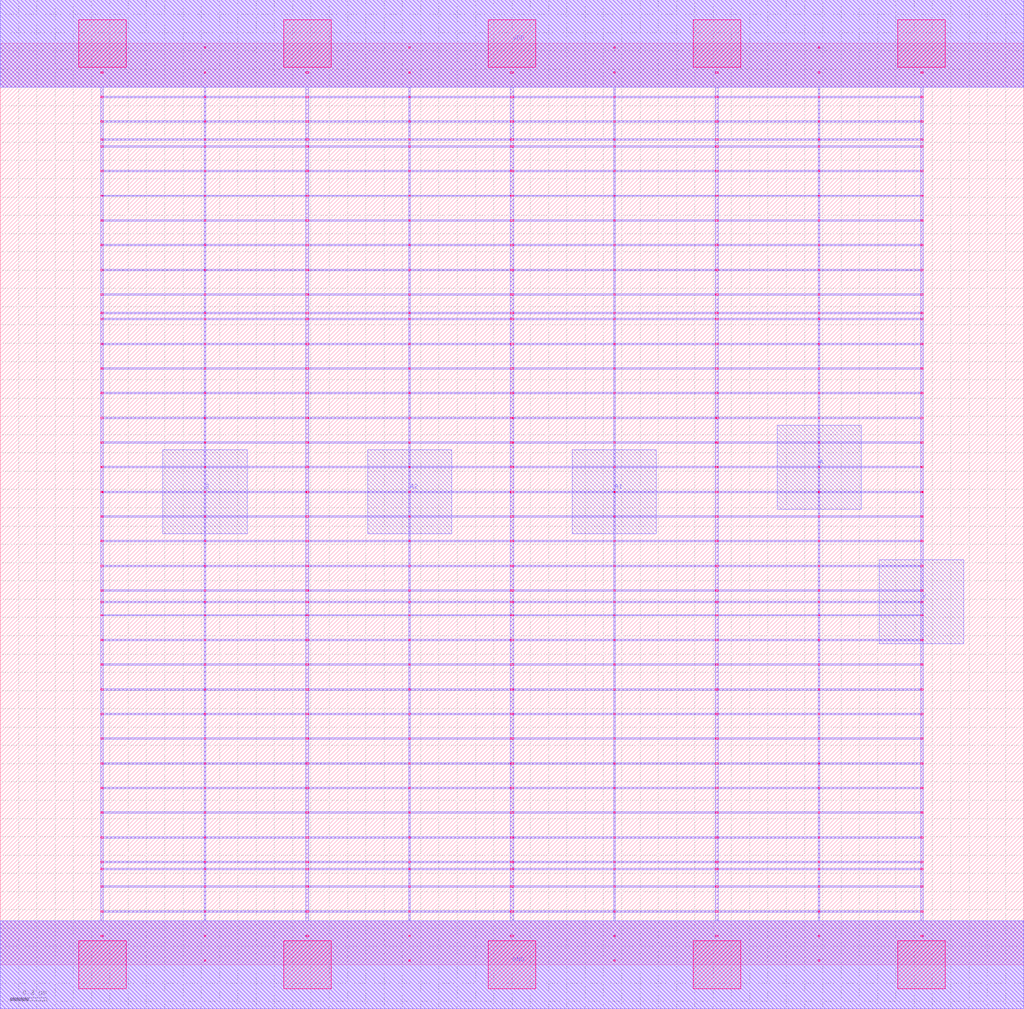
<source format=lef>
MACRO AOI31_DEBUG
 CLASS CORE ;
 FOREIGN AOI31_DEBUG 0 0 ;
 SIZE 5.6000000000000005 BY 5.04 ;
 ORIGIN 0 0 ;
 SYMMETRY X Y R90 ;
 SITE unit ;
  PIN VDD
   DIRECTION INOUT ;
   USE SIGNAL ;
   SHAPE ABUTMENT ;
    PORT
     CLASS CORE ;
       LAYER met1 ;
        RECT 0.00000000 4.80000000 5.60000000 5.28000000 ;
       LAYER met2 ;
        RECT 0.00000000 4.80000000 5.60000000 5.28000000 ;
    END
  END VDD

  PIN GND
   DIRECTION INOUT ;
   USE SIGNAL ;
   SHAPE ABUTMENT ;
    PORT
     CLASS CORE ;
       LAYER met1 ;
        RECT 0.00000000 -0.24000000 5.60000000 0.24000000 ;
       LAYER met2 ;
        RECT 0.00000000 -0.24000000 5.60000000 0.24000000 ;
    END
  END GND

  PIN Y
   DIRECTION INOUT ;
   USE SIGNAL ;
   SHAPE ABUTMENT ;
    PORT
     CLASS CORE ;
       LAYER met2 ;
        RECT 4.81000000 1.75500000 5.27000000 2.21500000 ;
    END
  END Y

  PIN A
   DIRECTION INOUT ;
   USE SIGNAL ;
   SHAPE ABUTMENT ;
    PORT
     CLASS CORE ;
       LAYER met2 ;
        RECT 4.25000000 2.49200000 4.71000000 2.95200000 ;
    END
  END A

  PIN A2
   DIRECTION INOUT ;
   USE SIGNAL ;
   SHAPE ABUTMENT ;
    PORT
     CLASS CORE ;
       LAYER met2 ;
        RECT 2.01000000 2.35700000 2.47000000 2.81700000 ;
    END
  END A2

  PIN A1
   DIRECTION INOUT ;
   USE SIGNAL ;
   SHAPE ABUTMENT ;
    PORT
     CLASS CORE ;
       LAYER met2 ;
        RECT 3.13000000 2.35700000 3.59000000 2.81700000 ;
    END
  END A1

  PIN B
   DIRECTION INOUT ;
   USE SIGNAL ;
   SHAPE ABUTMENT ;
    PORT
     CLASS CORE ;
       LAYER met2 ;
        RECT 0.89000000 2.35700000 1.35000000 2.81700000 ;
    END
  END B

 OBS
    LAYER polycont ;
     RECT 0.55100000 2.58300000 0.56400000 2.59100000 ;
     RECT 1.11600000 2.58300000 1.12400000 2.59100000 ;
     RECT 1.67100000 2.58300000 1.68900000 2.59100000 ;
     RECT 2.23600000 2.58300000 2.24400000 2.59100000 ;
     RECT 2.79100000 2.58300000 2.80900000 2.59100000 ;
     RECT 3.35600000 2.58300000 3.36400000 2.59100000 ;
     RECT 3.91100000 2.58300000 3.92900000 2.59100000 ;
     RECT 4.47600000 2.58300000 4.48400000 2.59100000 ;
     RECT 5.03600000 2.58300000 5.04900000 2.59100000 ;
     RECT 0.55100000 2.71800000 0.56400000 2.72600000 ;
     RECT 1.11600000 2.71800000 1.12400000 2.72600000 ;
     RECT 1.67100000 2.71800000 1.68900000 2.72600000 ;
     RECT 2.23600000 2.71800000 2.24400000 2.72600000 ;
     RECT 2.79100000 2.71800000 2.80900000 2.72600000 ;
     RECT 3.35600000 2.71800000 3.36400000 2.72600000 ;
     RECT 3.91100000 2.71800000 3.92900000 2.72600000 ;
     RECT 4.47600000 2.71800000 4.48400000 2.72600000 ;
     RECT 5.03600000 2.71800000 5.04900000 2.72600000 ;
     RECT 0.55100000 2.85300000 0.56400000 2.86100000 ;
     RECT 1.11600000 2.85300000 1.12400000 2.86100000 ;
     RECT 1.67100000 2.85300000 1.68900000 2.86100000 ;
     RECT 2.23600000 2.85300000 2.24400000 2.86100000 ;
     RECT 2.79100000 2.85300000 2.80900000 2.86100000 ;
     RECT 3.35600000 2.85300000 3.36400000 2.86100000 ;
     RECT 3.91100000 2.85300000 3.92900000 2.86100000 ;
     RECT 4.47600000 2.85300000 4.48400000 2.86100000 ;
     RECT 5.03600000 2.85300000 5.04900000 2.86100000 ;
     RECT 0.55100000 2.98800000 0.56400000 2.99600000 ;
     RECT 1.11600000 2.98800000 1.12400000 2.99600000 ;
     RECT 1.67100000 2.98800000 1.68900000 2.99600000 ;
     RECT 2.23600000 2.98800000 2.24400000 2.99600000 ;
     RECT 2.79100000 2.98800000 2.80900000 2.99600000 ;
     RECT 3.35600000 2.98800000 3.36400000 2.99600000 ;
     RECT 3.91100000 2.98800000 3.92900000 2.99600000 ;
     RECT 4.47600000 2.98800000 4.48400000 2.99600000 ;
     RECT 5.03600000 2.98800000 5.04900000 2.99600000 ;

    LAYER pdiffc ;
     RECT 0.55100000 3.39300000 0.55900000 3.40100000 ;
     RECT 5.04100000 3.39300000 5.04900000 3.40100000 ;
     RECT 0.55100000 3.52800000 0.55900000 3.53600000 ;
     RECT 5.04100000 3.52800000 5.04900000 3.53600000 ;
     RECT 0.55100000 3.56100000 0.55900000 3.56900000 ;
     RECT 5.04100000 3.56100000 5.04900000 3.56900000 ;
     RECT 0.55100000 3.66300000 0.55900000 3.67100000 ;
     RECT 5.04100000 3.66300000 5.04900000 3.67100000 ;
     RECT 0.55100000 3.79800000 0.55900000 3.80600000 ;
     RECT 5.04100000 3.79800000 5.04900000 3.80600000 ;
     RECT 0.55100000 3.93300000 0.55900000 3.94100000 ;
     RECT 5.04100000 3.93300000 5.04900000 3.94100000 ;
     RECT 0.55100000 4.06800000 0.55900000 4.07600000 ;
     RECT 5.04100000 4.06800000 5.04900000 4.07600000 ;
     RECT 0.55100000 4.20300000 0.55900000 4.21100000 ;
     RECT 5.04100000 4.20300000 5.04900000 4.21100000 ;
     RECT 0.55100000 4.33800000 0.55900000 4.34600000 ;
     RECT 5.04100000 4.33800000 5.04900000 4.34600000 ;
     RECT 0.55100000 4.47300000 0.55900000 4.48100000 ;
     RECT 5.04100000 4.47300000 5.04900000 4.48100000 ;
     RECT 0.55100000 4.51100000 0.55900000 4.51900000 ;
     RECT 5.04100000 4.51100000 5.04900000 4.51900000 ;
     RECT 0.55100000 4.60800000 0.55900000 4.61600000 ;
     RECT 5.04100000 4.60800000 5.04900000 4.61600000 ;

    LAYER ndiffc ;
     RECT 0.55100000 0.42300000 0.56400000 0.43100000 ;
     RECT 1.67100000 0.42300000 1.68900000 0.43100000 ;
     RECT 2.79100000 0.42300000 2.80900000 0.43100000 ;
     RECT 3.91100000 0.42300000 3.92900000 0.43100000 ;
     RECT 5.03600000 0.42300000 5.04900000 0.43100000 ;
     RECT 0.55100000 0.52100000 0.56400000 0.52900000 ;
     RECT 1.67100000 0.52100000 1.68900000 0.52900000 ;
     RECT 2.79100000 0.52100000 2.80900000 0.52900000 ;
     RECT 3.91100000 0.52100000 3.92900000 0.52900000 ;
     RECT 5.03600000 0.52100000 5.04900000 0.52900000 ;
     RECT 0.55100000 0.55800000 0.56400000 0.56600000 ;
     RECT 1.67100000 0.55800000 1.68900000 0.56600000 ;
     RECT 2.79100000 0.55800000 2.80900000 0.56600000 ;
     RECT 3.91100000 0.55800000 3.92900000 0.56600000 ;
     RECT 5.03600000 0.55800000 5.04900000 0.56600000 ;
     RECT 0.55100000 0.69300000 0.56400000 0.70100000 ;
     RECT 1.67100000 0.69300000 1.68900000 0.70100000 ;
     RECT 2.79100000 0.69300000 2.80900000 0.70100000 ;
     RECT 3.91100000 0.69300000 3.92900000 0.70100000 ;
     RECT 5.03600000 0.69300000 5.04900000 0.70100000 ;
     RECT 0.55100000 0.82800000 0.56400000 0.83600000 ;
     RECT 1.67100000 0.82800000 1.68900000 0.83600000 ;
     RECT 2.79100000 0.82800000 2.80900000 0.83600000 ;
     RECT 3.91100000 0.82800000 3.92900000 0.83600000 ;
     RECT 5.03600000 0.82800000 5.04900000 0.83600000 ;
     RECT 0.55100000 0.96300000 0.56400000 0.97100000 ;
     RECT 1.67100000 0.96300000 1.68900000 0.97100000 ;
     RECT 2.79100000 0.96300000 2.80900000 0.97100000 ;
     RECT 3.91100000 0.96300000 3.92900000 0.97100000 ;
     RECT 5.03600000 0.96300000 5.04900000 0.97100000 ;
     RECT 0.55100000 1.09800000 0.56400000 1.10600000 ;
     RECT 1.67100000 1.09800000 1.68900000 1.10600000 ;
     RECT 2.79100000 1.09800000 2.80900000 1.10600000 ;
     RECT 3.91100000 1.09800000 3.92900000 1.10600000 ;
     RECT 5.03600000 1.09800000 5.04900000 1.10600000 ;
     RECT 0.55100000 1.23300000 0.56400000 1.24100000 ;
     RECT 1.67100000 1.23300000 1.68900000 1.24100000 ;
     RECT 2.79100000 1.23300000 2.80900000 1.24100000 ;
     RECT 3.91100000 1.23300000 3.92900000 1.24100000 ;
     RECT 5.03600000 1.23300000 5.04900000 1.24100000 ;
     RECT 0.55100000 1.36800000 0.56400000 1.37600000 ;
     RECT 1.67100000 1.36800000 1.68900000 1.37600000 ;
     RECT 2.79100000 1.36800000 2.80900000 1.37600000 ;
     RECT 3.91100000 1.36800000 3.92900000 1.37600000 ;
     RECT 5.03600000 1.36800000 5.04900000 1.37600000 ;
     RECT 0.55100000 1.50300000 0.56400000 1.51100000 ;
     RECT 1.67100000 1.50300000 1.68900000 1.51100000 ;
     RECT 2.79100000 1.50300000 2.80900000 1.51100000 ;
     RECT 3.91100000 1.50300000 3.92900000 1.51100000 ;
     RECT 5.03600000 1.50300000 5.04900000 1.51100000 ;
     RECT 0.55100000 1.63800000 0.56400000 1.64600000 ;
     RECT 1.67100000 1.63800000 1.68900000 1.64600000 ;
     RECT 2.79100000 1.63800000 2.80900000 1.64600000 ;
     RECT 3.91100000 1.63800000 3.92900000 1.64600000 ;
     RECT 5.03600000 1.63800000 5.04900000 1.64600000 ;
     RECT 0.55100000 1.77300000 0.56400000 1.78100000 ;
     RECT 1.67100000 1.77300000 1.68900000 1.78100000 ;
     RECT 2.79100000 1.77300000 2.80900000 1.78100000 ;
     RECT 3.91100000 1.77300000 3.92900000 1.78100000 ;
     RECT 5.03600000 1.77300000 5.04900000 1.78100000 ;
     RECT 0.55100000 1.90800000 0.56400000 1.91600000 ;
     RECT 1.67100000 1.90800000 1.68900000 1.91600000 ;
     RECT 2.79100000 1.90800000 2.80900000 1.91600000 ;
     RECT 3.91100000 1.90800000 3.92900000 1.91600000 ;
     RECT 5.03600000 1.90800000 5.04900000 1.91600000 ;
     RECT 0.55100000 1.98100000 0.56400000 1.98900000 ;
     RECT 1.67100000 1.98100000 1.68900000 1.98900000 ;
     RECT 2.79100000 1.98100000 2.80900000 1.98900000 ;
     RECT 3.91100000 1.98100000 3.92900000 1.98900000 ;
     RECT 5.03600000 1.98100000 5.04900000 1.98900000 ;
     RECT 0.55100000 2.04300000 0.56400000 2.05100000 ;
     RECT 1.67100000 2.04300000 1.68900000 2.05100000 ;
     RECT 2.79100000 2.04300000 2.80900000 2.05100000 ;
     RECT 3.91100000 2.04300000 3.92900000 2.05100000 ;
     RECT 5.03600000 2.04300000 5.04900000 2.05100000 ;

    LAYER met1 ;
     RECT 0.00000000 -0.24000000 5.60000000 0.24000000 ;
     RECT 2.79100000 0.24000000 2.80900000 0.28800000 ;
     RECT 0.55100000 0.28800000 5.04900000 0.29600000 ;
     RECT 2.79100000 0.29600000 2.80900000 0.42300000 ;
     RECT 0.55100000 0.42300000 5.04900000 0.43100000 ;
     RECT 2.79100000 0.43100000 2.80900000 0.52100000 ;
     RECT 0.55100000 0.52100000 5.04900000 0.52900000 ;
     RECT 2.79100000 0.52900000 2.80900000 0.55800000 ;
     RECT 0.55100000 0.55800000 5.04900000 0.56600000 ;
     RECT 2.79100000 0.56600000 2.80900000 0.69300000 ;
     RECT 0.55100000 0.69300000 5.04900000 0.70100000 ;
     RECT 2.79100000 0.70100000 2.80900000 0.82800000 ;
     RECT 0.55100000 0.82800000 5.04900000 0.83600000 ;
     RECT 2.79100000 0.83600000 2.80900000 0.96300000 ;
     RECT 0.55100000 0.96300000 5.04900000 0.97100000 ;
     RECT 2.79100000 0.97100000 2.80900000 1.09800000 ;
     RECT 0.55100000 1.09800000 5.04900000 1.10600000 ;
     RECT 2.79100000 1.10600000 2.80900000 1.23300000 ;
     RECT 0.55100000 1.23300000 5.04900000 1.24100000 ;
     RECT 2.79100000 1.24100000 2.80900000 1.36800000 ;
     RECT 0.55100000 1.36800000 5.04900000 1.37600000 ;
     RECT 2.79100000 1.37600000 2.80900000 1.50300000 ;
     RECT 0.55100000 1.50300000 5.04900000 1.51100000 ;
     RECT 2.79100000 1.51100000 2.80900000 1.63800000 ;
     RECT 0.55100000 1.63800000 5.04900000 1.64600000 ;
     RECT 2.79100000 1.64600000 2.80900000 1.77300000 ;
     RECT 0.55100000 1.77300000 5.04900000 1.78100000 ;
     RECT 2.79100000 1.78100000 2.80900000 1.90800000 ;
     RECT 0.55100000 1.90800000 5.04900000 1.91600000 ;
     RECT 2.79100000 1.91600000 2.80900000 1.98100000 ;
     RECT 0.55100000 1.98100000 5.04900000 1.98900000 ;
     RECT 2.79100000 1.98900000 2.80900000 2.04300000 ;
     RECT 0.55100000 2.04300000 5.04900000 2.05100000 ;
     RECT 2.79100000 2.05100000 2.80900000 2.17800000 ;
     RECT 0.55100000 2.17800000 5.04900000 2.18600000 ;
     RECT 2.79100000 2.18600000 2.80900000 2.31300000 ;
     RECT 0.55100000 2.31300000 5.04900000 2.32100000 ;
     RECT 2.79100000 2.32100000 2.80900000 2.44800000 ;
     RECT 0.55100000 2.44800000 5.04900000 2.45600000 ;
     RECT 0.55100000 2.45600000 0.56400000 2.58300000 ;
     RECT 1.11600000 2.45600000 1.12400000 2.58300000 ;
     RECT 1.67100000 2.45600000 1.68900000 2.58300000 ;
     RECT 2.23600000 2.45600000 2.24400000 2.58300000 ;
     RECT 2.79100000 2.45600000 2.80900000 2.58300000 ;
     RECT 3.35600000 2.45600000 3.36400000 2.58300000 ;
     RECT 3.91100000 2.45600000 3.92900000 2.58300000 ;
     RECT 4.47600000 2.45600000 4.48400000 2.58300000 ;
     RECT 5.03600000 2.45600000 5.04900000 2.58300000 ;
     RECT 0.55100000 2.58300000 5.04900000 2.59100000 ;
     RECT 2.79100000 2.59100000 2.80900000 2.71800000 ;
     RECT 0.55100000 2.71800000 5.04900000 2.72600000 ;
     RECT 2.79100000 2.72600000 2.80900000 2.85300000 ;
     RECT 0.55100000 2.85300000 5.04900000 2.86100000 ;
     RECT 2.79100000 2.86100000 2.80900000 2.98800000 ;
     RECT 0.55100000 2.98800000 5.04900000 2.99600000 ;
     RECT 2.79100000 2.99600000 2.80900000 3.12300000 ;
     RECT 0.55100000 3.12300000 5.04900000 3.13100000 ;
     RECT 2.79100000 3.13100000 2.80900000 3.25800000 ;
     RECT 0.55100000 3.25800000 5.04900000 3.26600000 ;
     RECT 2.79100000 3.26600000 2.80900000 3.39300000 ;
     RECT 0.55100000 3.39300000 5.04900000 3.40100000 ;
     RECT 2.79100000 3.40100000 2.80900000 3.52800000 ;
     RECT 0.55100000 3.52800000 5.04900000 3.53600000 ;
     RECT 2.79100000 3.53600000 2.80900000 3.56100000 ;
     RECT 0.55100000 3.56100000 5.04900000 3.56900000 ;
     RECT 2.79100000 3.56900000 2.80900000 3.66300000 ;
     RECT 0.55100000 3.66300000 5.04900000 3.67100000 ;
     RECT 2.79100000 3.67100000 2.80900000 3.79800000 ;
     RECT 0.55100000 3.79800000 5.04900000 3.80600000 ;
     RECT 2.79100000 3.80600000 2.80900000 3.93300000 ;
     RECT 0.55100000 3.93300000 5.04900000 3.94100000 ;
     RECT 2.79100000 3.94100000 2.80900000 4.06800000 ;
     RECT 0.55100000 4.06800000 5.04900000 4.07600000 ;
     RECT 2.79100000 4.07600000 2.80900000 4.20300000 ;
     RECT 0.55100000 4.20300000 5.04900000 4.21100000 ;
     RECT 2.79100000 4.21100000 2.80900000 4.33800000 ;
     RECT 0.55100000 4.33800000 5.04900000 4.34600000 ;
     RECT 2.79100000 4.34600000 2.80900000 4.47300000 ;
     RECT 0.55100000 4.47300000 5.04900000 4.48100000 ;
     RECT 2.79100000 4.48100000 2.80900000 4.51100000 ;
     RECT 0.55100000 4.51100000 5.04900000 4.51900000 ;
     RECT 2.79100000 4.51900000 2.80900000 4.60800000 ;
     RECT 0.55100000 4.60800000 5.04900000 4.61600000 ;
     RECT 2.79100000 4.61600000 2.80900000 4.74300000 ;
     RECT 0.55100000 4.74300000 5.04900000 4.75100000 ;
     RECT 2.79100000 4.75100000 2.80900000 4.80000000 ;
     RECT 0.00000000 4.80000000 5.60000000 5.28000000 ;
     RECT 3.91100000 3.40100000 3.92900000 3.52800000 ;
     RECT 4.47600000 3.40100000 4.48400000 3.52800000 ;
     RECT 5.03600000 3.40100000 5.04900000 3.52800000 ;
     RECT 3.35600000 2.86100000 3.36400000 2.98800000 ;
     RECT 3.91100000 2.86100000 3.92900000 2.98800000 ;
     RECT 3.35600000 3.53600000 3.36400000 3.56100000 ;
     RECT 3.91100000 3.53600000 3.92900000 3.56100000 ;
     RECT 4.47600000 3.53600000 4.48400000 3.56100000 ;
     RECT 5.03600000 3.53600000 5.04900000 3.56100000 ;
     RECT 4.47600000 2.86100000 4.48400000 2.98800000 ;
     RECT 5.03600000 2.86100000 5.04900000 2.98800000 ;
     RECT 3.35600000 3.56900000 3.36400000 3.66300000 ;
     RECT 3.91100000 3.56900000 3.92900000 3.66300000 ;
     RECT 4.47600000 3.56900000 4.48400000 3.66300000 ;
     RECT 5.03600000 3.56900000 5.04900000 3.66300000 ;
     RECT 3.35600000 2.59100000 3.36400000 2.71800000 ;
     RECT 3.91100000 2.59100000 3.92900000 2.71800000 ;
     RECT 3.35600000 3.67100000 3.36400000 3.79800000 ;
     RECT 3.91100000 3.67100000 3.92900000 3.79800000 ;
     RECT 4.47600000 3.67100000 4.48400000 3.79800000 ;
     RECT 5.03600000 3.67100000 5.04900000 3.79800000 ;
     RECT 3.35600000 2.99600000 3.36400000 3.12300000 ;
     RECT 3.91100000 2.99600000 3.92900000 3.12300000 ;
     RECT 3.35600000 3.80600000 3.36400000 3.93300000 ;
     RECT 3.91100000 3.80600000 3.92900000 3.93300000 ;
     RECT 4.47600000 3.80600000 4.48400000 3.93300000 ;
     RECT 5.03600000 3.80600000 5.04900000 3.93300000 ;
     RECT 4.47600000 2.99600000 4.48400000 3.12300000 ;
     RECT 5.03600000 2.99600000 5.04900000 3.12300000 ;
     RECT 3.35600000 3.94100000 3.36400000 4.06800000 ;
     RECT 3.91100000 3.94100000 3.92900000 4.06800000 ;
     RECT 4.47600000 3.94100000 4.48400000 4.06800000 ;
     RECT 5.03600000 3.94100000 5.04900000 4.06800000 ;
     RECT 3.35600000 2.72600000 3.36400000 2.85300000 ;
     RECT 3.91100000 2.72600000 3.92900000 2.85300000 ;
     RECT 3.35600000 4.07600000 3.36400000 4.20300000 ;
     RECT 3.91100000 4.07600000 3.92900000 4.20300000 ;
     RECT 4.47600000 4.07600000 4.48400000 4.20300000 ;
     RECT 5.03600000 4.07600000 5.04900000 4.20300000 ;
     RECT 3.35600000 3.13100000 3.36400000 3.25800000 ;
     RECT 3.91100000 3.13100000 3.92900000 3.25800000 ;
     RECT 3.35600000 4.21100000 3.36400000 4.33800000 ;
     RECT 3.91100000 4.21100000 3.92900000 4.33800000 ;
     RECT 4.47600000 4.21100000 4.48400000 4.33800000 ;
     RECT 5.03600000 4.21100000 5.04900000 4.33800000 ;
     RECT 4.47600000 3.13100000 4.48400000 3.25800000 ;
     RECT 5.03600000 3.13100000 5.04900000 3.25800000 ;
     RECT 3.35600000 4.34600000 3.36400000 4.47300000 ;
     RECT 3.91100000 4.34600000 3.92900000 4.47300000 ;
     RECT 4.47600000 4.34600000 4.48400000 4.47300000 ;
     RECT 5.03600000 4.34600000 5.04900000 4.47300000 ;
     RECT 4.47600000 2.72600000 4.48400000 2.85300000 ;
     RECT 5.03600000 2.72600000 5.04900000 2.85300000 ;
     RECT 3.35600000 4.48100000 3.36400000 4.51100000 ;
     RECT 3.91100000 4.48100000 3.92900000 4.51100000 ;
     RECT 4.47600000 4.48100000 4.48400000 4.51100000 ;
     RECT 5.03600000 4.48100000 5.04900000 4.51100000 ;
     RECT 3.35600000 3.26600000 3.36400000 3.39300000 ;
     RECT 3.91100000 3.26600000 3.92900000 3.39300000 ;
     RECT 3.35600000 4.51900000 3.36400000 4.60800000 ;
     RECT 3.91100000 4.51900000 3.92900000 4.60800000 ;
     RECT 4.47600000 4.51900000 4.48400000 4.60800000 ;
     RECT 5.03600000 4.51900000 5.04900000 4.60800000 ;
     RECT 4.47600000 3.26600000 4.48400000 3.39300000 ;
     RECT 5.03600000 3.26600000 5.04900000 3.39300000 ;
     RECT 3.35600000 4.61600000 3.36400000 4.74300000 ;
     RECT 3.91100000 4.61600000 3.92900000 4.74300000 ;
     RECT 4.47600000 4.61600000 4.48400000 4.74300000 ;
     RECT 5.03600000 4.61600000 5.04900000 4.74300000 ;
     RECT 4.47600000 2.59100000 4.48400000 2.71800000 ;
     RECT 5.03600000 2.59100000 5.04900000 2.71800000 ;
     RECT 3.35600000 4.75100000 3.36400000 4.80000000 ;
     RECT 3.91100000 4.75100000 3.92900000 4.80000000 ;
     RECT 4.47600000 4.75100000 4.48400000 4.80000000 ;
     RECT 5.03600000 4.75100000 5.04900000 4.80000000 ;
     RECT 3.35600000 3.40100000 3.36400000 3.52800000 ;
     RECT 1.67100000 2.86100000 1.68900000 2.98800000 ;
     RECT 2.23600000 2.86100000 2.24400000 2.98800000 ;
     RECT 0.55100000 3.13100000 0.56400000 3.25800000 ;
     RECT 1.11600000 3.13100000 1.12400000 3.25800000 ;
     RECT 0.55100000 3.53600000 0.56400000 3.56100000 ;
     RECT 1.11600000 3.53600000 1.12400000 3.56100000 ;
     RECT 0.55100000 4.07600000 0.56400000 4.20300000 ;
     RECT 1.11600000 4.07600000 1.12400000 4.20300000 ;
     RECT 1.67100000 4.07600000 1.68900000 4.20300000 ;
     RECT 2.23600000 4.07600000 2.24400000 4.20300000 ;
     RECT 1.67100000 3.53600000 1.68900000 3.56100000 ;
     RECT 2.23600000 3.53600000 2.24400000 3.56100000 ;
     RECT 1.67100000 3.13100000 1.68900000 3.25800000 ;
     RECT 2.23600000 3.13100000 2.24400000 3.25800000 ;
     RECT 1.67100000 2.72600000 1.68900000 2.85300000 ;
     RECT 2.23600000 2.72600000 2.24400000 2.85300000 ;
     RECT 0.55100000 4.21100000 0.56400000 4.33800000 ;
     RECT 1.11600000 4.21100000 1.12400000 4.33800000 ;
     RECT 1.67100000 4.21100000 1.68900000 4.33800000 ;
     RECT 2.23600000 4.21100000 2.24400000 4.33800000 ;
     RECT 1.67100000 2.59100000 1.68900000 2.71800000 ;
     RECT 2.23600000 2.59100000 2.24400000 2.71800000 ;
     RECT 0.55100000 3.56900000 0.56400000 3.66300000 ;
     RECT 1.11600000 3.56900000 1.12400000 3.66300000 ;
     RECT 1.67100000 3.56900000 1.68900000 3.66300000 ;
     RECT 2.23600000 3.56900000 2.24400000 3.66300000 ;
     RECT 0.55100000 4.34600000 0.56400000 4.47300000 ;
     RECT 1.11600000 4.34600000 1.12400000 4.47300000 ;
     RECT 1.67100000 4.34600000 1.68900000 4.47300000 ;
     RECT 2.23600000 4.34600000 2.24400000 4.47300000 ;
     RECT 0.55100000 2.59100000 0.56400000 2.71800000 ;
     RECT 1.11600000 2.59100000 1.12400000 2.71800000 ;
     RECT 0.55100000 3.26600000 0.56400000 3.39300000 ;
     RECT 1.11600000 3.26600000 1.12400000 3.39300000 ;
     RECT 1.67100000 3.26600000 1.68900000 3.39300000 ;
     RECT 2.23600000 3.26600000 2.24400000 3.39300000 ;
     RECT 0.55100000 4.48100000 0.56400000 4.51100000 ;
     RECT 1.11600000 4.48100000 1.12400000 4.51100000 ;
     RECT 1.67100000 4.48100000 1.68900000 4.51100000 ;
     RECT 2.23600000 4.48100000 2.24400000 4.51100000 ;
     RECT 0.55100000 3.67100000 0.56400000 3.79800000 ;
     RECT 1.11600000 3.67100000 1.12400000 3.79800000 ;
     RECT 1.67100000 3.67100000 1.68900000 3.79800000 ;
     RECT 2.23600000 3.67100000 2.24400000 3.79800000 ;
     RECT 0.55100000 2.99600000 0.56400000 3.12300000 ;
     RECT 1.11600000 2.99600000 1.12400000 3.12300000 ;
     RECT 0.55100000 4.51900000 0.56400000 4.60800000 ;
     RECT 1.11600000 4.51900000 1.12400000 4.60800000 ;
     RECT 1.67100000 4.51900000 1.68900000 4.60800000 ;
     RECT 2.23600000 4.51900000 2.24400000 4.60800000 ;
     RECT 1.67100000 2.99600000 1.68900000 3.12300000 ;
     RECT 2.23600000 2.99600000 2.24400000 3.12300000 ;
     RECT 0.55100000 2.72600000 0.56400000 2.85300000 ;
     RECT 1.11600000 2.72600000 1.12400000 2.85300000 ;
     RECT 0.55100000 3.80600000 0.56400000 3.93300000 ;
     RECT 1.11600000 3.80600000 1.12400000 3.93300000 ;
     RECT 0.55100000 4.61600000 0.56400000 4.74300000 ;
     RECT 1.11600000 4.61600000 1.12400000 4.74300000 ;
     RECT 1.67100000 4.61600000 1.68900000 4.74300000 ;
     RECT 2.23600000 4.61600000 2.24400000 4.74300000 ;
     RECT 1.67100000 3.80600000 1.68900000 3.93300000 ;
     RECT 2.23600000 3.80600000 2.24400000 3.93300000 ;
     RECT 0.55100000 3.40100000 0.56400000 3.52800000 ;
     RECT 1.11600000 3.40100000 1.12400000 3.52800000 ;
     RECT 1.67100000 3.40100000 1.68900000 3.52800000 ;
     RECT 2.23600000 3.40100000 2.24400000 3.52800000 ;
     RECT 0.55100000 4.75100000 0.56400000 4.80000000 ;
     RECT 1.11600000 4.75100000 1.12400000 4.80000000 ;
     RECT 1.67100000 4.75100000 1.68900000 4.80000000 ;
     RECT 2.23600000 4.75100000 2.24400000 4.80000000 ;
     RECT 0.55100000 2.86100000 0.56400000 2.98800000 ;
     RECT 1.11600000 2.86100000 1.12400000 2.98800000 ;
     RECT 0.55100000 3.94100000 0.56400000 4.06800000 ;
     RECT 1.11600000 3.94100000 1.12400000 4.06800000 ;
     RECT 1.67100000 3.94100000 1.68900000 4.06800000 ;
     RECT 2.23600000 3.94100000 2.24400000 4.06800000 ;
     RECT 1.67100000 1.91600000 1.68900000 1.98100000 ;
     RECT 2.23600000 1.91600000 2.24400000 1.98100000 ;
     RECT 1.67100000 0.29600000 1.68900000 0.42300000 ;
     RECT 2.23600000 0.29600000 2.24400000 0.42300000 ;
     RECT 0.55100000 1.98900000 0.56400000 2.04300000 ;
     RECT 1.11600000 1.98900000 1.12400000 2.04300000 ;
     RECT 1.67100000 1.98900000 1.68900000 2.04300000 ;
     RECT 2.23600000 1.98900000 2.24400000 2.04300000 ;
     RECT 0.55100000 0.70100000 0.56400000 0.82800000 ;
     RECT 1.11600000 0.70100000 1.12400000 0.82800000 ;
     RECT 0.55100000 2.05100000 0.56400000 2.17800000 ;
     RECT 1.11600000 2.05100000 1.12400000 2.17800000 ;
     RECT 1.67100000 2.05100000 1.68900000 2.17800000 ;
     RECT 2.23600000 2.05100000 2.24400000 2.17800000 ;
     RECT 1.67100000 0.70100000 1.68900000 0.82800000 ;
     RECT 2.23600000 0.70100000 2.24400000 0.82800000 ;
     RECT 0.55100000 2.18600000 0.56400000 2.31300000 ;
     RECT 1.11600000 2.18600000 1.12400000 2.31300000 ;
     RECT 1.67100000 2.18600000 1.68900000 2.31300000 ;
     RECT 2.23600000 2.18600000 2.24400000 2.31300000 ;
     RECT 1.67100000 0.24000000 1.68900000 0.28800000 ;
     RECT 2.23600000 0.24000000 2.24400000 0.28800000 ;
     RECT 0.55100000 2.32100000 0.56400000 2.44800000 ;
     RECT 1.11600000 2.32100000 1.12400000 2.44800000 ;
     RECT 1.67100000 2.32100000 1.68900000 2.44800000 ;
     RECT 2.23600000 2.32100000 2.24400000 2.44800000 ;
     RECT 0.55100000 0.83600000 0.56400000 0.96300000 ;
     RECT 1.11600000 0.83600000 1.12400000 0.96300000 ;
     RECT 1.67100000 0.83600000 1.68900000 0.96300000 ;
     RECT 2.23600000 0.83600000 2.24400000 0.96300000 ;
     RECT 0.55100000 0.43100000 0.56400000 0.52100000 ;
     RECT 1.11600000 0.43100000 1.12400000 0.52100000 ;
     RECT 0.55100000 0.97100000 0.56400000 1.09800000 ;
     RECT 1.11600000 0.97100000 1.12400000 1.09800000 ;
     RECT 1.67100000 0.97100000 1.68900000 1.09800000 ;
     RECT 2.23600000 0.97100000 2.24400000 1.09800000 ;
     RECT 1.67100000 0.43100000 1.68900000 0.52100000 ;
     RECT 2.23600000 0.43100000 2.24400000 0.52100000 ;
     RECT 0.55100000 1.10600000 0.56400000 1.23300000 ;
     RECT 1.11600000 1.10600000 1.12400000 1.23300000 ;
     RECT 1.67100000 1.10600000 1.68900000 1.23300000 ;
     RECT 2.23600000 1.10600000 2.24400000 1.23300000 ;
     RECT 0.55100000 0.24000000 0.56400000 0.28800000 ;
     RECT 1.11600000 0.24000000 1.12400000 0.28800000 ;
     RECT 0.55100000 1.24100000 0.56400000 1.36800000 ;
     RECT 1.11600000 1.24100000 1.12400000 1.36800000 ;
     RECT 1.67100000 1.24100000 1.68900000 1.36800000 ;
     RECT 2.23600000 1.24100000 2.24400000 1.36800000 ;
     RECT 0.55100000 0.52900000 0.56400000 0.55800000 ;
     RECT 1.11600000 0.52900000 1.12400000 0.55800000 ;
     RECT 0.55100000 1.37600000 0.56400000 1.50300000 ;
     RECT 1.11600000 1.37600000 1.12400000 1.50300000 ;
     RECT 1.67100000 1.37600000 1.68900000 1.50300000 ;
     RECT 2.23600000 1.37600000 2.24400000 1.50300000 ;
     RECT 1.67100000 0.52900000 1.68900000 0.55800000 ;
     RECT 2.23600000 0.52900000 2.24400000 0.55800000 ;
     RECT 0.55100000 1.51100000 0.56400000 1.63800000 ;
     RECT 1.11600000 1.51100000 1.12400000 1.63800000 ;
     RECT 1.67100000 1.51100000 1.68900000 1.63800000 ;
     RECT 2.23600000 1.51100000 2.24400000 1.63800000 ;
     RECT 0.55100000 0.29600000 0.56400000 0.42300000 ;
     RECT 1.11600000 0.29600000 1.12400000 0.42300000 ;
     RECT 0.55100000 1.64600000 0.56400000 1.77300000 ;
     RECT 1.11600000 1.64600000 1.12400000 1.77300000 ;
     RECT 1.67100000 1.64600000 1.68900000 1.77300000 ;
     RECT 2.23600000 1.64600000 2.24400000 1.77300000 ;
     RECT 0.55100000 0.56600000 0.56400000 0.69300000 ;
     RECT 1.11600000 0.56600000 1.12400000 0.69300000 ;
     RECT 0.55100000 1.78100000 0.56400000 1.90800000 ;
     RECT 1.11600000 1.78100000 1.12400000 1.90800000 ;
     RECT 1.67100000 1.78100000 1.68900000 1.90800000 ;
     RECT 2.23600000 1.78100000 2.24400000 1.90800000 ;
     RECT 1.67100000 0.56600000 1.68900000 0.69300000 ;
     RECT 2.23600000 0.56600000 2.24400000 0.69300000 ;
     RECT 0.55100000 1.91600000 0.56400000 1.98100000 ;
     RECT 1.11600000 1.91600000 1.12400000 1.98100000 ;
     RECT 5.03600000 1.24100000 5.04900000 1.36800000 ;
     RECT 3.35600000 0.52900000 3.36400000 0.55800000 ;
     RECT 3.91100000 0.52900000 3.92900000 0.55800000 ;
     RECT 3.35600000 2.05100000 3.36400000 2.17800000 ;
     RECT 3.91100000 2.05100000 3.92900000 2.17800000 ;
     RECT 4.47600000 2.05100000 4.48400000 2.17800000 ;
     RECT 5.03600000 2.05100000 5.04900000 2.17800000 ;
     RECT 4.47600000 0.52900000 4.48400000 0.55800000 ;
     RECT 5.03600000 0.52900000 5.04900000 0.55800000 ;
     RECT 3.35600000 0.29600000 3.36400000 0.42300000 ;
     RECT 3.91100000 0.29600000 3.92900000 0.42300000 ;
     RECT 3.35600000 1.37600000 3.36400000 1.50300000 ;
     RECT 3.91100000 1.37600000 3.92900000 1.50300000 ;
     RECT 3.35600000 2.18600000 3.36400000 2.31300000 ;
     RECT 3.91100000 2.18600000 3.92900000 2.31300000 ;
     RECT 4.47600000 2.18600000 4.48400000 2.31300000 ;
     RECT 5.03600000 2.18600000 5.04900000 2.31300000 ;
     RECT 4.47600000 1.37600000 4.48400000 1.50300000 ;
     RECT 5.03600000 1.37600000 5.04900000 1.50300000 ;
     RECT 3.35600000 0.83600000 3.36400000 0.96300000 ;
     RECT 3.91100000 0.83600000 3.92900000 0.96300000 ;
     RECT 4.47600000 0.83600000 4.48400000 0.96300000 ;
     RECT 5.03600000 0.83600000 5.04900000 0.96300000 ;
     RECT 3.35600000 2.32100000 3.36400000 2.44800000 ;
     RECT 3.91100000 2.32100000 3.92900000 2.44800000 ;
     RECT 4.47600000 2.32100000 4.48400000 2.44800000 ;
     RECT 5.03600000 2.32100000 5.04900000 2.44800000 ;
     RECT 3.35600000 0.43100000 3.36400000 0.52100000 ;
     RECT 3.91100000 0.43100000 3.92900000 0.52100000 ;
     RECT 3.35600000 1.51100000 3.36400000 1.63800000 ;
     RECT 3.91100000 1.51100000 3.92900000 1.63800000 ;
     RECT 4.47600000 1.51100000 4.48400000 1.63800000 ;
     RECT 5.03600000 1.51100000 5.04900000 1.63800000 ;
     RECT 4.47600000 0.43100000 4.48400000 0.52100000 ;
     RECT 5.03600000 0.43100000 5.04900000 0.52100000 ;
     RECT 3.35600000 0.56600000 3.36400000 0.69300000 ;
     RECT 3.91100000 0.56600000 3.92900000 0.69300000 ;
     RECT 3.35600000 0.97100000 3.36400000 1.09800000 ;
     RECT 3.91100000 0.97100000 3.92900000 1.09800000 ;
     RECT 3.35600000 1.64600000 3.36400000 1.77300000 ;
     RECT 3.91100000 1.64600000 3.92900000 1.77300000 ;
     RECT 4.47600000 1.64600000 4.48400000 1.77300000 ;
     RECT 5.03600000 1.64600000 5.04900000 1.77300000 ;
     RECT 4.47600000 0.97100000 4.48400000 1.09800000 ;
     RECT 5.03600000 0.97100000 5.04900000 1.09800000 ;
     RECT 4.47600000 0.56600000 4.48400000 0.69300000 ;
     RECT 5.03600000 0.56600000 5.04900000 0.69300000 ;
     RECT 4.47600000 0.29600000 4.48400000 0.42300000 ;
     RECT 5.03600000 0.29600000 5.04900000 0.42300000 ;
     RECT 3.35600000 1.78100000 3.36400000 1.90800000 ;
     RECT 3.91100000 1.78100000 3.92900000 1.90800000 ;
     RECT 4.47600000 1.78100000 4.48400000 1.90800000 ;
     RECT 5.03600000 1.78100000 5.04900000 1.90800000 ;
     RECT 4.47600000 0.24000000 4.48400000 0.28800000 ;
     RECT 5.03600000 0.24000000 5.04900000 0.28800000 ;
     RECT 3.35600000 1.10600000 3.36400000 1.23300000 ;
     RECT 3.91100000 1.10600000 3.92900000 1.23300000 ;
     RECT 4.47600000 1.10600000 4.48400000 1.23300000 ;
     RECT 5.03600000 1.10600000 5.04900000 1.23300000 ;
     RECT 3.35600000 1.91600000 3.36400000 1.98100000 ;
     RECT 3.91100000 1.91600000 3.92900000 1.98100000 ;
     RECT 4.47600000 1.91600000 4.48400000 1.98100000 ;
     RECT 5.03600000 1.91600000 5.04900000 1.98100000 ;
     RECT 3.35600000 0.24000000 3.36400000 0.28800000 ;
     RECT 3.91100000 0.24000000 3.92900000 0.28800000 ;
     RECT 3.35600000 0.70100000 3.36400000 0.82800000 ;
     RECT 3.91100000 0.70100000 3.92900000 0.82800000 ;
     RECT 4.47600000 0.70100000 4.48400000 0.82800000 ;
     RECT 5.03600000 0.70100000 5.04900000 0.82800000 ;
     RECT 3.35600000 1.98900000 3.36400000 2.04300000 ;
     RECT 3.91100000 1.98900000 3.92900000 2.04300000 ;
     RECT 4.47600000 1.98900000 4.48400000 2.04300000 ;
     RECT 5.03600000 1.98900000 5.04900000 2.04300000 ;
     RECT 3.35600000 1.24100000 3.36400000 1.36800000 ;
     RECT 3.91100000 1.24100000 3.92900000 1.36800000 ;
     RECT 4.47600000 1.24100000 4.48400000 1.36800000 ;

    LAYER via1 ;
     RECT 2.67000000 -0.13000000 2.93000000 0.13000000 ;
     RECT 2.79100000 0.15300000 2.80900000 0.16100000 ;
     RECT 2.79100000 0.28800000 2.80900000 0.29600000 ;
     RECT 2.79100000 0.42300000 2.80900000 0.43100000 ;
     RECT 2.79100000 0.52100000 2.80900000 0.52900000 ;
     RECT 2.79100000 0.55800000 2.80900000 0.56600000 ;
     RECT 2.79100000 0.69300000 2.80900000 0.70100000 ;
     RECT 2.79100000 0.82800000 2.80900000 0.83600000 ;
     RECT 2.79100000 0.96300000 2.80900000 0.97100000 ;
     RECT 2.79100000 1.09800000 2.80900000 1.10600000 ;
     RECT 2.79100000 1.23300000 2.80900000 1.24100000 ;
     RECT 2.79100000 1.36800000 2.80900000 1.37600000 ;
     RECT 2.79100000 1.50300000 2.80900000 1.51100000 ;
     RECT 2.79100000 1.63800000 2.80900000 1.64600000 ;
     RECT 2.79100000 1.77300000 2.80900000 1.78100000 ;
     RECT 2.79100000 1.90800000 2.80900000 1.91600000 ;
     RECT 2.79100000 1.98100000 2.80900000 1.98900000 ;
     RECT 2.79100000 2.04300000 2.80900000 2.05100000 ;
     RECT 2.79100000 2.17800000 2.80900000 2.18600000 ;
     RECT 2.79100000 2.31300000 2.80900000 2.32100000 ;
     RECT 2.79100000 2.44800000 2.80900000 2.45600000 ;
     RECT 2.79100000 2.58300000 2.80900000 2.59100000 ;
     RECT 2.79100000 2.71800000 2.80900000 2.72600000 ;
     RECT 2.79100000 2.85300000 2.80900000 2.86100000 ;
     RECT 2.79100000 2.98800000 2.80900000 2.99600000 ;
     RECT 2.79100000 3.12300000 2.80900000 3.13100000 ;
     RECT 2.79100000 3.25800000 2.80900000 3.26600000 ;
     RECT 2.79100000 3.39300000 2.80900000 3.40100000 ;
     RECT 2.79100000 3.52800000 2.80900000 3.53600000 ;
     RECT 2.79100000 3.56100000 2.80900000 3.56900000 ;
     RECT 2.79100000 3.66300000 2.80900000 3.67100000 ;
     RECT 2.79100000 3.79800000 2.80900000 3.80600000 ;
     RECT 2.79100000 3.93300000 2.80900000 3.94100000 ;
     RECT 2.79100000 4.06800000 2.80900000 4.07600000 ;
     RECT 2.79100000 4.20300000 2.80900000 4.21100000 ;
     RECT 2.79100000 4.33800000 2.80900000 4.34600000 ;
     RECT 2.79100000 4.47300000 2.80900000 4.48100000 ;
     RECT 2.79100000 4.51100000 2.80900000 4.51900000 ;
     RECT 2.79100000 4.60800000 2.80900000 4.61600000 ;
     RECT 2.79100000 4.74300000 2.80900000 4.75100000 ;
     RECT 2.79100000 4.87800000 2.80900000 4.88600000 ;
     RECT 2.67000000 4.91000000 2.93000000 5.17000000 ;
     RECT 3.35600000 3.12300000 3.36400000 3.13100000 ;
     RECT 3.91100000 3.12300000 3.92900000 3.13100000 ;
     RECT 4.47600000 3.12300000 4.48400000 3.13100000 ;
     RECT 5.03600000 3.12300000 5.04900000 3.13100000 ;
     RECT 3.35600000 2.58300000 3.36400000 2.59100000 ;
     RECT 3.35600000 3.25800000 3.36400000 3.26600000 ;
     RECT 3.91100000 3.25800000 3.92900000 3.26600000 ;
     RECT 4.47600000 3.25800000 4.48400000 3.26600000 ;
     RECT 5.03600000 3.25800000 5.04900000 3.26600000 ;
     RECT 3.35600000 2.71800000 3.36400000 2.72600000 ;
     RECT 3.35600000 3.39300000 3.36400000 3.40100000 ;
     RECT 3.91100000 3.39300000 3.92900000 3.40100000 ;
     RECT 4.47600000 3.39300000 4.48400000 3.40100000 ;
     RECT 5.03600000 3.39300000 5.04900000 3.40100000 ;
     RECT 3.91100000 2.71800000 3.92900000 2.72600000 ;
     RECT 3.35600000 3.52800000 3.36400000 3.53600000 ;
     RECT 3.91100000 3.52800000 3.92900000 3.53600000 ;
     RECT 4.47600000 3.52800000 4.48400000 3.53600000 ;
     RECT 5.03600000 3.52800000 5.04900000 3.53600000 ;
     RECT 4.47600000 2.71800000 4.48400000 2.72600000 ;
     RECT 3.35600000 3.56100000 3.36400000 3.56900000 ;
     RECT 3.91100000 3.56100000 3.92900000 3.56900000 ;
     RECT 4.47600000 3.56100000 4.48400000 3.56900000 ;
     RECT 5.03600000 3.56100000 5.04900000 3.56900000 ;
     RECT 5.03600000 2.71800000 5.04900000 2.72600000 ;
     RECT 3.35600000 3.66300000 3.36400000 3.67100000 ;
     RECT 3.91100000 3.66300000 3.92900000 3.67100000 ;
     RECT 4.47600000 3.66300000 4.48400000 3.67100000 ;
     RECT 5.03600000 3.66300000 5.04900000 3.67100000 ;
     RECT 3.91100000 2.58300000 3.92900000 2.59100000 ;
     RECT 3.35600000 3.79800000 3.36400000 3.80600000 ;
     RECT 3.91100000 3.79800000 3.92900000 3.80600000 ;
     RECT 4.47600000 3.79800000 4.48400000 3.80600000 ;
     RECT 5.03600000 3.79800000 5.04900000 3.80600000 ;
     RECT 3.35600000 2.85300000 3.36400000 2.86100000 ;
     RECT 3.35600000 3.93300000 3.36400000 3.94100000 ;
     RECT 3.91100000 3.93300000 3.92900000 3.94100000 ;
     RECT 4.47600000 3.93300000 4.48400000 3.94100000 ;
     RECT 5.03600000 3.93300000 5.04900000 3.94100000 ;
     RECT 3.91100000 2.85300000 3.92900000 2.86100000 ;
     RECT 3.35600000 4.06800000 3.36400000 4.07600000 ;
     RECT 3.91100000 4.06800000 3.92900000 4.07600000 ;
     RECT 4.47600000 4.06800000 4.48400000 4.07600000 ;
     RECT 5.03600000 4.06800000 5.04900000 4.07600000 ;
     RECT 4.47600000 2.85300000 4.48400000 2.86100000 ;
     RECT 3.35600000 4.20300000 3.36400000 4.21100000 ;
     RECT 3.91100000 4.20300000 3.92900000 4.21100000 ;
     RECT 4.47600000 4.20300000 4.48400000 4.21100000 ;
     RECT 5.03600000 4.20300000 5.04900000 4.21100000 ;
     RECT 5.03600000 2.85300000 5.04900000 2.86100000 ;
     RECT 3.35600000 4.33800000 3.36400000 4.34600000 ;
     RECT 3.91100000 4.33800000 3.92900000 4.34600000 ;
     RECT 4.47600000 4.33800000 4.48400000 4.34600000 ;
     RECT 5.03600000 4.33800000 5.04900000 4.34600000 ;
     RECT 4.47600000 2.58300000 4.48400000 2.59100000 ;
     RECT 3.35600000 4.47300000 3.36400000 4.48100000 ;
     RECT 3.91100000 4.47300000 3.92900000 4.48100000 ;
     RECT 4.47600000 4.47300000 4.48400000 4.48100000 ;
     RECT 5.03600000 4.47300000 5.04900000 4.48100000 ;
     RECT 3.35600000 2.98800000 3.36400000 2.99600000 ;
     RECT 3.35600000 4.51100000 3.36400000 4.51900000 ;
     RECT 3.91100000 4.51100000 3.92900000 4.51900000 ;
     RECT 4.47600000 4.51100000 4.48400000 4.51900000 ;
     RECT 5.03600000 4.51100000 5.04900000 4.51900000 ;
     RECT 3.91100000 2.98800000 3.92900000 2.99600000 ;
     RECT 3.35600000 4.60800000 3.36400000 4.61600000 ;
     RECT 3.91100000 4.60800000 3.92900000 4.61600000 ;
     RECT 4.47600000 4.60800000 4.48400000 4.61600000 ;
     RECT 5.03600000 4.60800000 5.04900000 4.61600000 ;
     RECT 4.47600000 2.98800000 4.48400000 2.99600000 ;
     RECT 3.35600000 4.74300000 3.36400000 4.75100000 ;
     RECT 3.91100000 4.74300000 3.92900000 4.75100000 ;
     RECT 4.47600000 4.74300000 4.48400000 4.75100000 ;
     RECT 5.03600000 4.74300000 5.04900000 4.75100000 ;
     RECT 5.03600000 2.98800000 5.04900000 2.99600000 ;
     RECT 3.35600000 4.87800000 3.36400000 4.88600000 ;
     RECT 3.91100000 4.87800000 3.92900000 4.88600000 ;
     RECT 4.47600000 4.87800000 4.48400000 4.88600000 ;
     RECT 5.03600000 4.87800000 5.04900000 4.88600000 ;
     RECT 3.35600000 5.01300000 3.36400000 5.02100000 ;
     RECT 4.47600000 5.01300000 4.48400000 5.02100000 ;
     RECT 5.03600000 2.58300000 5.04900000 2.59100000 ;
     RECT 3.79000000 4.91000000 4.05000000 5.17000000 ;
     RECT 4.91000000 4.91000000 5.17000000 5.17000000 ;
     RECT 2.23600000 3.39300000 2.24400000 3.40100000 ;
     RECT 2.23600000 2.98800000 2.24400000 2.99600000 ;
     RECT 2.23600000 2.58300000 2.24400000 2.59100000 ;
     RECT 0.55100000 4.06800000 0.56400000 4.07600000 ;
     RECT 1.11600000 4.06800000 1.12400000 4.07600000 ;
     RECT 1.67100000 4.06800000 1.68900000 4.07600000 ;
     RECT 2.23600000 4.06800000 2.24400000 4.07600000 ;
     RECT 0.55100000 2.58300000 0.56400000 2.59100000 ;
     RECT 0.55100000 2.71800000 0.56400000 2.72600000 ;
     RECT 0.55100000 2.85300000 0.56400000 2.86100000 ;
     RECT 0.55100000 3.52800000 0.56400000 3.53600000 ;
     RECT 1.11600000 3.52800000 1.12400000 3.53600000 ;
     RECT 0.55100000 4.20300000 0.56400000 4.21100000 ;
     RECT 1.11600000 4.20300000 1.12400000 4.21100000 ;
     RECT 1.67100000 4.20300000 1.68900000 4.21100000 ;
     RECT 2.23600000 4.20300000 2.24400000 4.21100000 ;
     RECT 1.67100000 3.52800000 1.68900000 3.53600000 ;
     RECT 2.23600000 3.52800000 2.24400000 3.53600000 ;
     RECT 1.11600000 2.85300000 1.12400000 2.86100000 ;
     RECT 0.55100000 3.12300000 0.56400000 3.13100000 ;
     RECT 1.11600000 3.12300000 1.12400000 3.13100000 ;
     RECT 0.55100000 4.33800000 0.56400000 4.34600000 ;
     RECT 1.11600000 4.33800000 1.12400000 4.34600000 ;
     RECT 1.67100000 4.33800000 1.68900000 4.34600000 ;
     RECT 2.23600000 4.33800000 2.24400000 4.34600000 ;
     RECT 1.67100000 3.12300000 1.68900000 3.13100000 ;
     RECT 2.23600000 3.12300000 2.24400000 3.13100000 ;
     RECT 0.55100000 3.56100000 0.56400000 3.56900000 ;
     RECT 1.11600000 3.56100000 1.12400000 3.56900000 ;
     RECT 1.67100000 3.56100000 1.68900000 3.56900000 ;
     RECT 0.55100000 4.47300000 0.56400000 4.48100000 ;
     RECT 1.11600000 4.47300000 1.12400000 4.48100000 ;
     RECT 1.67100000 4.47300000 1.68900000 4.48100000 ;
     RECT 2.23600000 4.47300000 2.24400000 4.48100000 ;
     RECT 2.23600000 3.56100000 2.24400000 3.56900000 ;
     RECT 1.67100000 2.85300000 1.68900000 2.86100000 ;
     RECT 2.23600000 2.85300000 2.24400000 2.86100000 ;
     RECT 1.11600000 2.71800000 1.12400000 2.72600000 ;
     RECT 1.67100000 2.71800000 1.68900000 2.72600000 ;
     RECT 0.55100000 4.51100000 0.56400000 4.51900000 ;
     RECT 1.11600000 4.51100000 1.12400000 4.51900000 ;
     RECT 1.67100000 4.51100000 1.68900000 4.51900000 ;
     RECT 2.23600000 4.51100000 2.24400000 4.51900000 ;
     RECT 2.23600000 2.71800000 2.24400000 2.72600000 ;
     RECT 0.55100000 3.66300000 0.56400000 3.67100000 ;
     RECT 1.11600000 3.66300000 1.12400000 3.67100000 ;
     RECT 1.67100000 3.66300000 1.68900000 3.67100000 ;
     RECT 2.23600000 3.66300000 2.24400000 3.67100000 ;
     RECT 0.55100000 4.60800000 0.56400000 4.61600000 ;
     RECT 1.11600000 4.60800000 1.12400000 4.61600000 ;
     RECT 1.67100000 4.60800000 1.68900000 4.61600000 ;
     RECT 2.23600000 4.60800000 2.24400000 4.61600000 ;
     RECT 0.55100000 3.25800000 0.56400000 3.26600000 ;
     RECT 1.11600000 3.25800000 1.12400000 3.26600000 ;
     RECT 1.67100000 3.25800000 1.68900000 3.26600000 ;
     RECT 2.23600000 3.25800000 2.24400000 3.26600000 ;
     RECT 1.11600000 2.58300000 1.12400000 2.59100000 ;
     RECT 0.55100000 4.74300000 0.56400000 4.75100000 ;
     RECT 1.11600000 4.74300000 1.12400000 4.75100000 ;
     RECT 1.67100000 4.74300000 1.68900000 4.75100000 ;
     RECT 2.23600000 4.74300000 2.24400000 4.75100000 ;
     RECT 0.55100000 3.79800000 0.56400000 3.80600000 ;
     RECT 1.11600000 3.79800000 1.12400000 3.80600000 ;
     RECT 1.67100000 3.79800000 1.68900000 3.80600000 ;
     RECT 2.23600000 3.79800000 2.24400000 3.80600000 ;
     RECT 1.67100000 2.58300000 1.68900000 2.59100000 ;
     RECT 0.55100000 4.87800000 0.56400000 4.88600000 ;
     RECT 1.11600000 4.87800000 1.12400000 4.88600000 ;
     RECT 1.67100000 4.87800000 1.68900000 4.88600000 ;
     RECT 2.23600000 4.87800000 2.24400000 4.88600000 ;
     RECT 0.55100000 2.98800000 0.56400000 2.99600000 ;
     RECT 1.11600000 2.98800000 1.12400000 2.99600000 ;
     RECT 1.67100000 2.98800000 1.68900000 2.99600000 ;
     RECT 0.55100000 3.39300000 0.56400000 3.40100000 ;
     RECT 0.55100000 3.93300000 0.56400000 3.94100000 ;
     RECT 1.11600000 5.01300000 1.12400000 5.02100000 ;
     RECT 2.23600000 5.01300000 2.24400000 5.02100000 ;
     RECT 1.11600000 3.93300000 1.12400000 3.94100000 ;
     RECT 1.67100000 3.93300000 1.68900000 3.94100000 ;
     RECT 0.43000000 4.91000000 0.69000000 5.17000000 ;
     RECT 1.55000000 4.91000000 1.81000000 5.17000000 ;
     RECT 2.23600000 3.93300000 2.24400000 3.94100000 ;
     RECT 1.11600000 3.39300000 1.12400000 3.40100000 ;
     RECT 1.67100000 3.39300000 1.68900000 3.40100000 ;
     RECT 1.67100000 0.96300000 1.68900000 0.97100000 ;
     RECT 2.23600000 0.96300000 2.24400000 0.97100000 ;
     RECT 2.23600000 0.15300000 2.24400000 0.16100000 ;
     RECT 0.55100000 1.09800000 0.56400000 1.10600000 ;
     RECT 1.11600000 1.09800000 1.12400000 1.10600000 ;
     RECT 1.67100000 1.09800000 1.68900000 1.10600000 ;
     RECT 2.23600000 1.09800000 2.24400000 1.10600000 ;
     RECT 2.23600000 0.01800000 2.24400000 0.02600000 ;
     RECT 0.55100000 1.23300000 0.56400000 1.24100000 ;
     RECT 1.11600000 1.23300000 1.12400000 1.24100000 ;
     RECT 1.67100000 1.23300000 1.68900000 1.24100000 ;
     RECT 2.23600000 1.23300000 2.24400000 1.24100000 ;
     RECT 0.55100000 0.28800000 0.56400000 0.29600000 ;
     RECT 0.55100000 1.36800000 0.56400000 1.37600000 ;
     RECT 1.11600000 1.36800000 1.12400000 1.37600000 ;
     RECT 1.67100000 1.36800000 1.68900000 1.37600000 ;
     RECT 2.23600000 1.36800000 2.24400000 1.37600000 ;
     RECT 1.11600000 0.28800000 1.12400000 0.29600000 ;
     RECT 0.55100000 1.50300000 0.56400000 1.51100000 ;
     RECT 1.11600000 1.50300000 1.12400000 1.51100000 ;
     RECT 1.67100000 1.50300000 1.68900000 1.51100000 ;
     RECT 2.23600000 1.50300000 2.24400000 1.51100000 ;
     RECT 1.67100000 0.28800000 1.68900000 0.29600000 ;
     RECT 0.55100000 1.63800000 0.56400000 1.64600000 ;
     RECT 1.11600000 1.63800000 1.12400000 1.64600000 ;
     RECT 1.67100000 1.63800000 1.68900000 1.64600000 ;
     RECT 2.23600000 1.63800000 2.24400000 1.64600000 ;
     RECT 2.23600000 0.28800000 2.24400000 0.29600000 ;
     RECT 0.55100000 1.77300000 0.56400000 1.78100000 ;
     RECT 1.11600000 1.77300000 1.12400000 1.78100000 ;
     RECT 1.67100000 1.77300000 1.68900000 1.78100000 ;
     RECT 2.23600000 1.77300000 2.24400000 1.78100000 ;
     RECT 0.43000000 -0.13000000 0.69000000 0.13000000 ;
     RECT 0.55100000 1.90800000 0.56400000 1.91600000 ;
     RECT 1.11600000 1.90800000 1.12400000 1.91600000 ;
     RECT 1.67100000 1.90800000 1.68900000 1.91600000 ;
     RECT 2.23600000 1.90800000 2.24400000 1.91600000 ;
     RECT 0.55100000 0.42300000 0.56400000 0.43100000 ;
     RECT 0.55100000 1.98100000 0.56400000 1.98900000 ;
     RECT 1.11600000 1.98100000 1.12400000 1.98900000 ;
     RECT 1.67100000 1.98100000 1.68900000 1.98900000 ;
     RECT 2.23600000 1.98100000 2.24400000 1.98900000 ;
     RECT 1.11600000 0.42300000 1.12400000 0.43100000 ;
     RECT 0.55100000 2.04300000 0.56400000 2.05100000 ;
     RECT 1.11600000 2.04300000 1.12400000 2.05100000 ;
     RECT 1.67100000 2.04300000 1.68900000 2.05100000 ;
     RECT 2.23600000 2.04300000 2.24400000 2.05100000 ;
     RECT 1.67100000 0.42300000 1.68900000 0.43100000 ;
     RECT 0.55100000 2.17800000 0.56400000 2.18600000 ;
     RECT 1.11600000 2.17800000 1.12400000 2.18600000 ;
     RECT 1.67100000 2.17800000 1.68900000 2.18600000 ;
     RECT 2.23600000 2.17800000 2.24400000 2.18600000 ;
     RECT 2.23600000 0.42300000 2.24400000 0.43100000 ;
     RECT 0.55100000 2.31300000 0.56400000 2.32100000 ;
     RECT 1.11600000 2.31300000 1.12400000 2.32100000 ;
     RECT 1.67100000 2.31300000 1.68900000 2.32100000 ;
     RECT 2.23600000 2.31300000 2.24400000 2.32100000 ;
     RECT 1.55000000 -0.13000000 1.81000000 0.13000000 ;
     RECT 0.55100000 2.44800000 0.56400000 2.45600000 ;
     RECT 1.11600000 2.44800000 1.12400000 2.45600000 ;
     RECT 1.67100000 2.44800000 1.68900000 2.45600000 ;
     RECT 2.23600000 2.44800000 2.24400000 2.45600000 ;
     RECT 0.55100000 0.52100000 0.56400000 0.52900000 ;
     RECT 1.11600000 0.52100000 1.12400000 0.52900000 ;
     RECT 1.67100000 0.52100000 1.68900000 0.52900000 ;
     RECT 2.23600000 0.52100000 2.24400000 0.52900000 ;
     RECT 1.11600000 0.01800000 1.12400000 0.02600000 ;
     RECT 0.55100000 0.55800000 0.56400000 0.56600000 ;
     RECT 1.11600000 0.55800000 1.12400000 0.56600000 ;
     RECT 1.67100000 0.55800000 1.68900000 0.56600000 ;
     RECT 2.23600000 0.55800000 2.24400000 0.56600000 ;
     RECT 0.55100000 0.15300000 0.56400000 0.16100000 ;
     RECT 0.55100000 0.69300000 0.56400000 0.70100000 ;
     RECT 1.11600000 0.69300000 1.12400000 0.70100000 ;
     RECT 1.67100000 0.69300000 1.68900000 0.70100000 ;
     RECT 2.23600000 0.69300000 2.24400000 0.70100000 ;
     RECT 1.11600000 0.15300000 1.12400000 0.16100000 ;
     RECT 0.55100000 0.82800000 0.56400000 0.83600000 ;
     RECT 1.11600000 0.82800000 1.12400000 0.83600000 ;
     RECT 1.67100000 0.82800000 1.68900000 0.83600000 ;
     RECT 2.23600000 0.82800000 2.24400000 0.83600000 ;
     RECT 1.67100000 0.15300000 1.68900000 0.16100000 ;
     RECT 0.55100000 0.96300000 0.56400000 0.97100000 ;
     RECT 1.11600000 0.96300000 1.12400000 0.97100000 ;
     RECT 4.47600000 0.82800000 4.48400000 0.83600000 ;
     RECT 5.03600000 0.82800000 5.04900000 0.83600000 ;
     RECT 3.91100000 0.28800000 3.92900000 0.29600000 ;
     RECT 3.35600000 0.52100000 3.36400000 0.52900000 ;
     RECT 3.91100000 0.52100000 3.92900000 0.52900000 ;
     RECT 3.35600000 1.77300000 3.36400000 1.78100000 ;
     RECT 3.91100000 1.77300000 3.92900000 1.78100000 ;
     RECT 4.47600000 1.77300000 4.48400000 1.78100000 ;
     RECT 5.03600000 1.77300000 5.04900000 1.78100000 ;
     RECT 4.47600000 0.52100000 4.48400000 0.52900000 ;
     RECT 5.03600000 0.52100000 5.04900000 0.52900000 ;
     RECT 3.35600000 0.96300000 3.36400000 0.97100000 ;
     RECT 3.91100000 0.96300000 3.92900000 0.97100000 ;
     RECT 4.47600000 0.96300000 4.48400000 0.97100000 ;
     RECT 3.35600000 1.90800000 3.36400000 1.91600000 ;
     RECT 3.91100000 1.90800000 3.92900000 1.91600000 ;
     RECT 4.47600000 1.90800000 4.48400000 1.91600000 ;
     RECT 5.03600000 1.90800000 5.04900000 1.91600000 ;
     RECT 5.03600000 0.96300000 5.04900000 0.97100000 ;
     RECT 4.47600000 0.28800000 4.48400000 0.29600000 ;
     RECT 5.03600000 0.28800000 5.04900000 0.29600000 ;
     RECT 3.91100000 0.15300000 3.92900000 0.16100000 ;
     RECT 4.47600000 0.15300000 4.48400000 0.16100000 ;
     RECT 3.35600000 1.98100000 3.36400000 1.98900000 ;
     RECT 3.91100000 1.98100000 3.92900000 1.98900000 ;
     RECT 4.47600000 1.98100000 4.48400000 1.98900000 ;
     RECT 5.03600000 1.98100000 5.04900000 1.98900000 ;
     RECT 5.03600000 0.15300000 5.04900000 0.16100000 ;
     RECT 3.35600000 1.09800000 3.36400000 1.10600000 ;
     RECT 3.91100000 1.09800000 3.92900000 1.10600000 ;
     RECT 4.47600000 1.09800000 4.48400000 1.10600000 ;
     RECT 5.03600000 1.09800000 5.04900000 1.10600000 ;
     RECT 3.35600000 2.04300000 3.36400000 2.05100000 ;
     RECT 3.91100000 2.04300000 3.92900000 2.05100000 ;
     RECT 4.47600000 2.04300000 4.48400000 2.05100000 ;
     RECT 5.03600000 2.04300000 5.04900000 2.05100000 ;
     RECT 3.35600000 0.55800000 3.36400000 0.56600000 ;
     RECT 3.91100000 0.55800000 3.92900000 0.56600000 ;
     RECT 4.47600000 0.55800000 4.48400000 0.56600000 ;
     RECT 5.03600000 0.55800000 5.04900000 0.56600000 ;
     RECT 3.35600000 0.01800000 3.36400000 0.02600000 ;
     RECT 3.35600000 2.17800000 3.36400000 2.18600000 ;
     RECT 3.91100000 2.17800000 3.92900000 2.18600000 ;
     RECT 4.47600000 2.17800000 4.48400000 2.18600000 ;
     RECT 5.03600000 2.17800000 5.04900000 2.18600000 ;
     RECT 3.35600000 1.23300000 3.36400000 1.24100000 ;
     RECT 3.91100000 1.23300000 3.92900000 1.24100000 ;
     RECT 4.47600000 1.23300000 4.48400000 1.24100000 ;
     RECT 5.03600000 1.23300000 5.04900000 1.24100000 ;
     RECT 3.79000000 -0.13000000 4.05000000 0.13000000 ;
     RECT 3.35600000 2.31300000 3.36400000 2.32100000 ;
     RECT 3.91100000 2.31300000 3.92900000 2.32100000 ;
     RECT 4.47600000 2.31300000 4.48400000 2.32100000 ;
     RECT 5.03600000 2.31300000 5.04900000 2.32100000 ;
     RECT 3.35600000 0.42300000 3.36400000 0.43100000 ;
     RECT 3.91100000 0.42300000 3.92900000 0.43100000 ;
     RECT 4.47600000 0.42300000 4.48400000 0.43100000 ;
     RECT 3.35600000 0.69300000 3.36400000 0.70100000 ;
     RECT 3.35600000 1.36800000 3.36400000 1.37600000 ;
     RECT 3.35600000 2.44800000 3.36400000 2.45600000 ;
     RECT 3.91100000 2.44800000 3.92900000 2.45600000 ;
     RECT 4.47600000 2.44800000 4.48400000 2.45600000 ;
     RECT 5.03600000 2.44800000 5.04900000 2.45600000 ;
     RECT 3.91100000 1.36800000 3.92900000 1.37600000 ;
     RECT 4.47600000 1.36800000 4.48400000 1.37600000 ;
     RECT 5.03600000 1.36800000 5.04900000 1.37600000 ;
     RECT 3.91100000 0.69300000 3.92900000 0.70100000 ;
     RECT 4.47600000 0.69300000 4.48400000 0.70100000 ;
     RECT 5.03600000 0.69300000 5.04900000 0.70100000 ;
     RECT 5.03600000 0.42300000 5.04900000 0.43100000 ;
     RECT 4.91000000 -0.13000000 5.17000000 0.13000000 ;
     RECT 3.35600000 1.50300000 3.36400000 1.51100000 ;
     RECT 3.91100000 1.50300000 3.92900000 1.51100000 ;
     RECT 4.47600000 1.50300000 4.48400000 1.51100000 ;
     RECT 5.03600000 1.50300000 5.04900000 1.51100000 ;
     RECT 4.47600000 0.01800000 4.48400000 0.02600000 ;
     RECT 3.35600000 0.15300000 3.36400000 0.16100000 ;
     RECT 3.35600000 0.28800000 3.36400000 0.29600000 ;
     RECT 3.35600000 0.82800000 3.36400000 0.83600000 ;
     RECT 3.91100000 0.82800000 3.92900000 0.83600000 ;
     RECT 3.35600000 1.63800000 3.36400000 1.64600000 ;
     RECT 3.91100000 1.63800000 3.92900000 1.64600000 ;
     RECT 4.47600000 1.63800000 4.48400000 1.64600000 ;
     RECT 5.03600000 1.63800000 5.04900000 1.64600000 ;

    LAYER met2 ;
     RECT 0.00000000 -0.24000000 5.60000000 0.24000000 ;
     RECT 2.79100000 0.24000000 2.80900000 0.28800000 ;
     RECT 0.55100000 0.28800000 5.04900000 0.29600000 ;
     RECT 2.79100000 0.29600000 2.80900000 0.42300000 ;
     RECT 0.55100000 0.42300000 5.04900000 0.43100000 ;
     RECT 2.79100000 0.43100000 2.80900000 0.52100000 ;
     RECT 0.55100000 0.52100000 5.04900000 0.52900000 ;
     RECT 2.79100000 0.52900000 2.80900000 0.55800000 ;
     RECT 0.55100000 0.55800000 5.04900000 0.56600000 ;
     RECT 2.79100000 0.56600000 2.80900000 0.69300000 ;
     RECT 0.55100000 0.69300000 5.04900000 0.70100000 ;
     RECT 2.79100000 0.70100000 2.80900000 0.82800000 ;
     RECT 0.55100000 0.82800000 5.04900000 0.83600000 ;
     RECT 2.79100000 0.83600000 2.80900000 0.96300000 ;
     RECT 0.55100000 0.96300000 5.04900000 0.97100000 ;
     RECT 2.79100000 0.97100000 2.80900000 1.09800000 ;
     RECT 0.55100000 1.09800000 5.04900000 1.10600000 ;
     RECT 2.79100000 1.10600000 2.80900000 1.23300000 ;
     RECT 0.55100000 1.23300000 5.04900000 1.24100000 ;
     RECT 2.79100000 1.24100000 2.80900000 1.36800000 ;
     RECT 0.55100000 1.36800000 5.04900000 1.37600000 ;
     RECT 2.79100000 1.37600000 2.80900000 1.50300000 ;
     RECT 0.55100000 1.50300000 5.04900000 1.51100000 ;
     RECT 2.79100000 1.51100000 2.80900000 1.63800000 ;
     RECT 0.55100000 1.63800000 5.04900000 1.64600000 ;
     RECT 2.79100000 1.64600000 2.80900000 1.77300000 ;
     RECT 0.55100000 1.77300000 5.04900000 1.78100000 ;
     RECT 2.79100000 1.78100000 2.80900000 1.90800000 ;
     RECT 0.55100000 1.90800000 5.04900000 1.91600000 ;
     RECT 2.79100000 1.91600000 2.80900000 1.98100000 ;
     RECT 0.55100000 1.98100000 5.04900000 1.98900000 ;
     RECT 2.79100000 1.98900000 2.80900000 2.04300000 ;
     RECT 0.55100000 2.04300000 5.04900000 2.05100000 ;
     RECT 2.79100000 2.05100000 2.80900000 2.17800000 ;
     RECT 0.55100000 2.17800000 5.04900000 2.18600000 ;
     RECT 2.79100000 2.18600000 2.80900000 2.31300000 ;
     RECT 0.55100000 2.31300000 5.04900000 2.32100000 ;
     RECT 2.79100000 2.32100000 2.80900000 2.44800000 ;
     RECT 0.55100000 2.44800000 5.04900000 2.45600000 ;
     RECT 0.55100000 2.45600000 0.56400000 2.58300000 ;
     RECT 1.11600000 2.45600000 1.12400000 2.58300000 ;
     RECT 1.67100000 2.45600000 1.68900000 2.58300000 ;
     RECT 2.23600000 2.45600000 2.24400000 2.58300000 ;
     RECT 2.79100000 2.45600000 2.80900000 2.58300000 ;
     RECT 3.35600000 2.45600000 3.36400000 2.58300000 ;
     RECT 3.91100000 2.45600000 3.92900000 2.58300000 ;
     RECT 4.47600000 2.45600000 4.48400000 2.58300000 ;
     RECT 5.03600000 2.45600000 5.04900000 2.58300000 ;
     RECT 0.55100000 2.58300000 5.04900000 2.59100000 ;
     RECT 2.79100000 2.59100000 2.80900000 2.71800000 ;
     RECT 0.55100000 2.71800000 5.04900000 2.72600000 ;
     RECT 2.79100000 2.72600000 2.80900000 2.85300000 ;
     RECT 0.55100000 2.85300000 5.04900000 2.86100000 ;
     RECT 2.79100000 2.86100000 2.80900000 2.98800000 ;
     RECT 0.55100000 2.98800000 5.04900000 2.99600000 ;
     RECT 2.79100000 2.99600000 2.80900000 3.12300000 ;
     RECT 0.55100000 3.12300000 5.04900000 3.13100000 ;
     RECT 2.79100000 3.13100000 2.80900000 3.25800000 ;
     RECT 0.55100000 3.25800000 5.04900000 3.26600000 ;
     RECT 2.79100000 3.26600000 2.80900000 3.39300000 ;
     RECT 0.55100000 3.39300000 5.04900000 3.40100000 ;
     RECT 2.79100000 3.40100000 2.80900000 3.52800000 ;
     RECT 0.55100000 3.52800000 5.04900000 3.53600000 ;
     RECT 2.79100000 3.53600000 2.80900000 3.56100000 ;
     RECT 0.55100000 3.56100000 5.04900000 3.56900000 ;
     RECT 2.79100000 3.56900000 2.80900000 3.66300000 ;
     RECT 0.55100000 3.66300000 5.04900000 3.67100000 ;
     RECT 2.79100000 3.67100000 2.80900000 3.79800000 ;
     RECT 0.55100000 3.79800000 5.04900000 3.80600000 ;
     RECT 2.79100000 3.80600000 2.80900000 3.93300000 ;
     RECT 0.55100000 3.93300000 5.04900000 3.94100000 ;
     RECT 2.79100000 3.94100000 2.80900000 4.06800000 ;
     RECT 0.55100000 4.06800000 5.04900000 4.07600000 ;
     RECT 2.79100000 4.07600000 2.80900000 4.20300000 ;
     RECT 0.55100000 4.20300000 5.04900000 4.21100000 ;
     RECT 2.79100000 4.21100000 2.80900000 4.33800000 ;
     RECT 0.55100000 4.33800000 5.04900000 4.34600000 ;
     RECT 2.79100000 4.34600000 2.80900000 4.47300000 ;
     RECT 0.55100000 4.47300000 5.04900000 4.48100000 ;
     RECT 2.79100000 4.48100000 2.80900000 4.51100000 ;
     RECT 0.55100000 4.51100000 5.04900000 4.51900000 ;
     RECT 2.79100000 4.51900000 2.80900000 4.60800000 ;
     RECT 0.55100000 4.60800000 5.04900000 4.61600000 ;
     RECT 2.79100000 4.61600000 2.80900000 4.74300000 ;
     RECT 0.55100000 4.74300000 5.04900000 4.75100000 ;
     RECT 2.79100000 4.75100000 2.80900000 4.80000000 ;
     RECT 0.00000000 4.80000000 5.60000000 5.28000000 ;
     RECT 3.91100000 3.40100000 3.92900000 3.52800000 ;
     RECT 4.47600000 3.40100000 4.48400000 3.52800000 ;
     RECT 5.03600000 3.40100000 5.04900000 3.52800000 ;
     RECT 3.35600000 2.86100000 3.36400000 2.98800000 ;
     RECT 3.91100000 2.86100000 3.92900000 2.98800000 ;
     RECT 3.35600000 3.53600000 3.36400000 3.56100000 ;
     RECT 3.91100000 3.53600000 3.92900000 3.56100000 ;
     RECT 4.47600000 3.53600000 4.48400000 3.56100000 ;
     RECT 5.03600000 3.53600000 5.04900000 3.56100000 ;
     RECT 4.47600000 2.86100000 4.48400000 2.98800000 ;
     RECT 5.03600000 2.86100000 5.04900000 2.98800000 ;
     RECT 3.35600000 3.56900000 3.36400000 3.66300000 ;
     RECT 3.91100000 3.56900000 3.92900000 3.66300000 ;
     RECT 4.47600000 3.56900000 4.48400000 3.66300000 ;
     RECT 5.03600000 3.56900000 5.04900000 3.66300000 ;
     RECT 3.35600000 2.59100000 3.36400000 2.71800000 ;
     RECT 3.91100000 2.59100000 3.92900000 2.71800000 ;
     RECT 3.35600000 3.67100000 3.36400000 3.79800000 ;
     RECT 3.91100000 3.67100000 3.92900000 3.79800000 ;
     RECT 4.47600000 3.67100000 4.48400000 3.79800000 ;
     RECT 5.03600000 3.67100000 5.04900000 3.79800000 ;
     RECT 3.35600000 2.99600000 3.36400000 3.12300000 ;
     RECT 3.91100000 2.99600000 3.92900000 3.12300000 ;
     RECT 3.35600000 3.80600000 3.36400000 3.93300000 ;
     RECT 3.91100000 3.80600000 3.92900000 3.93300000 ;
     RECT 4.47600000 3.80600000 4.48400000 3.93300000 ;
     RECT 5.03600000 3.80600000 5.04900000 3.93300000 ;
     RECT 4.47600000 2.99600000 4.48400000 3.12300000 ;
     RECT 5.03600000 2.99600000 5.04900000 3.12300000 ;
     RECT 3.35600000 3.94100000 3.36400000 4.06800000 ;
     RECT 3.91100000 3.94100000 3.92900000 4.06800000 ;
     RECT 4.47600000 3.94100000 4.48400000 4.06800000 ;
     RECT 5.03600000 3.94100000 5.04900000 4.06800000 ;
     RECT 3.35600000 2.72600000 3.36400000 2.85300000 ;
     RECT 3.91100000 2.72600000 3.92900000 2.85300000 ;
     RECT 3.35600000 4.07600000 3.36400000 4.20300000 ;
     RECT 3.91100000 4.07600000 3.92900000 4.20300000 ;
     RECT 4.47600000 4.07600000 4.48400000 4.20300000 ;
     RECT 5.03600000 4.07600000 5.04900000 4.20300000 ;
     RECT 3.35600000 3.13100000 3.36400000 3.25800000 ;
     RECT 3.91100000 3.13100000 3.92900000 3.25800000 ;
     RECT 3.35600000 4.21100000 3.36400000 4.33800000 ;
     RECT 3.91100000 4.21100000 3.92900000 4.33800000 ;
     RECT 4.47600000 4.21100000 4.48400000 4.33800000 ;
     RECT 5.03600000 4.21100000 5.04900000 4.33800000 ;
     RECT 4.47600000 3.13100000 4.48400000 3.25800000 ;
     RECT 5.03600000 3.13100000 5.04900000 3.25800000 ;
     RECT 3.35600000 4.34600000 3.36400000 4.47300000 ;
     RECT 3.91100000 4.34600000 3.92900000 4.47300000 ;
     RECT 4.47600000 4.34600000 4.48400000 4.47300000 ;
     RECT 5.03600000 4.34600000 5.04900000 4.47300000 ;
     RECT 4.47600000 2.72600000 4.48400000 2.85300000 ;
     RECT 5.03600000 2.72600000 5.04900000 2.85300000 ;
     RECT 3.35600000 4.48100000 3.36400000 4.51100000 ;
     RECT 3.91100000 4.48100000 3.92900000 4.51100000 ;
     RECT 4.47600000 4.48100000 4.48400000 4.51100000 ;
     RECT 5.03600000 4.48100000 5.04900000 4.51100000 ;
     RECT 3.35600000 3.26600000 3.36400000 3.39300000 ;
     RECT 3.91100000 3.26600000 3.92900000 3.39300000 ;
     RECT 3.35600000 4.51900000 3.36400000 4.60800000 ;
     RECT 3.91100000 4.51900000 3.92900000 4.60800000 ;
     RECT 4.47600000 4.51900000 4.48400000 4.60800000 ;
     RECT 5.03600000 4.51900000 5.04900000 4.60800000 ;
     RECT 4.47600000 3.26600000 4.48400000 3.39300000 ;
     RECT 5.03600000 3.26600000 5.04900000 3.39300000 ;
     RECT 3.35600000 4.61600000 3.36400000 4.74300000 ;
     RECT 3.91100000 4.61600000 3.92900000 4.74300000 ;
     RECT 4.47600000 4.61600000 4.48400000 4.74300000 ;
     RECT 5.03600000 4.61600000 5.04900000 4.74300000 ;
     RECT 4.47600000 2.59100000 4.48400000 2.71800000 ;
     RECT 5.03600000 2.59100000 5.04900000 2.71800000 ;
     RECT 3.35600000 4.75100000 3.36400000 4.80000000 ;
     RECT 3.91100000 4.75100000 3.92900000 4.80000000 ;
     RECT 4.47600000 4.75100000 4.48400000 4.80000000 ;
     RECT 5.03600000 4.75100000 5.04900000 4.80000000 ;
     RECT 3.35600000 3.40100000 3.36400000 3.52800000 ;
     RECT 1.67100000 2.86100000 1.68900000 2.98800000 ;
     RECT 2.23600000 2.86100000 2.24400000 2.98800000 ;
     RECT 0.55100000 3.13100000 0.56400000 3.25800000 ;
     RECT 1.11600000 3.13100000 1.12400000 3.25800000 ;
     RECT 0.55100000 3.53600000 0.56400000 3.56100000 ;
     RECT 1.11600000 3.53600000 1.12400000 3.56100000 ;
     RECT 0.55100000 4.07600000 0.56400000 4.20300000 ;
     RECT 1.11600000 4.07600000 1.12400000 4.20300000 ;
     RECT 1.67100000 4.07600000 1.68900000 4.20300000 ;
     RECT 2.23600000 4.07600000 2.24400000 4.20300000 ;
     RECT 1.67100000 3.53600000 1.68900000 3.56100000 ;
     RECT 2.23600000 3.53600000 2.24400000 3.56100000 ;
     RECT 1.67100000 3.13100000 1.68900000 3.25800000 ;
     RECT 2.23600000 3.13100000 2.24400000 3.25800000 ;
     RECT 1.67100000 2.72600000 1.68900000 2.85300000 ;
     RECT 2.23600000 2.72600000 2.24400000 2.85300000 ;
     RECT 0.55100000 4.21100000 0.56400000 4.33800000 ;
     RECT 1.11600000 4.21100000 1.12400000 4.33800000 ;
     RECT 1.67100000 4.21100000 1.68900000 4.33800000 ;
     RECT 2.23600000 4.21100000 2.24400000 4.33800000 ;
     RECT 1.67100000 2.59100000 1.68900000 2.71800000 ;
     RECT 2.23600000 2.59100000 2.24400000 2.71800000 ;
     RECT 0.55100000 3.56900000 0.56400000 3.66300000 ;
     RECT 1.11600000 3.56900000 1.12400000 3.66300000 ;
     RECT 1.67100000 3.56900000 1.68900000 3.66300000 ;
     RECT 2.23600000 3.56900000 2.24400000 3.66300000 ;
     RECT 0.55100000 4.34600000 0.56400000 4.47300000 ;
     RECT 1.11600000 4.34600000 1.12400000 4.47300000 ;
     RECT 1.67100000 4.34600000 1.68900000 4.47300000 ;
     RECT 2.23600000 4.34600000 2.24400000 4.47300000 ;
     RECT 0.55100000 2.59100000 0.56400000 2.71800000 ;
     RECT 1.11600000 2.59100000 1.12400000 2.71800000 ;
     RECT 0.55100000 3.26600000 0.56400000 3.39300000 ;
     RECT 1.11600000 3.26600000 1.12400000 3.39300000 ;
     RECT 1.67100000 3.26600000 1.68900000 3.39300000 ;
     RECT 2.23600000 3.26600000 2.24400000 3.39300000 ;
     RECT 0.55100000 4.48100000 0.56400000 4.51100000 ;
     RECT 1.11600000 4.48100000 1.12400000 4.51100000 ;
     RECT 1.67100000 4.48100000 1.68900000 4.51100000 ;
     RECT 2.23600000 4.48100000 2.24400000 4.51100000 ;
     RECT 0.55100000 3.67100000 0.56400000 3.79800000 ;
     RECT 1.11600000 3.67100000 1.12400000 3.79800000 ;
     RECT 1.67100000 3.67100000 1.68900000 3.79800000 ;
     RECT 2.23600000 3.67100000 2.24400000 3.79800000 ;
     RECT 0.55100000 2.99600000 0.56400000 3.12300000 ;
     RECT 1.11600000 2.99600000 1.12400000 3.12300000 ;
     RECT 0.55100000 4.51900000 0.56400000 4.60800000 ;
     RECT 1.11600000 4.51900000 1.12400000 4.60800000 ;
     RECT 1.67100000 4.51900000 1.68900000 4.60800000 ;
     RECT 2.23600000 4.51900000 2.24400000 4.60800000 ;
     RECT 1.67100000 2.99600000 1.68900000 3.12300000 ;
     RECT 2.23600000 2.99600000 2.24400000 3.12300000 ;
     RECT 0.55100000 2.72600000 0.56400000 2.85300000 ;
     RECT 1.11600000 2.72600000 1.12400000 2.85300000 ;
     RECT 0.55100000 3.80600000 0.56400000 3.93300000 ;
     RECT 1.11600000 3.80600000 1.12400000 3.93300000 ;
     RECT 0.55100000 4.61600000 0.56400000 4.74300000 ;
     RECT 1.11600000 4.61600000 1.12400000 4.74300000 ;
     RECT 1.67100000 4.61600000 1.68900000 4.74300000 ;
     RECT 2.23600000 4.61600000 2.24400000 4.74300000 ;
     RECT 1.67100000 3.80600000 1.68900000 3.93300000 ;
     RECT 2.23600000 3.80600000 2.24400000 3.93300000 ;
     RECT 0.55100000 3.40100000 0.56400000 3.52800000 ;
     RECT 1.11600000 3.40100000 1.12400000 3.52800000 ;
     RECT 1.67100000 3.40100000 1.68900000 3.52800000 ;
     RECT 2.23600000 3.40100000 2.24400000 3.52800000 ;
     RECT 0.55100000 4.75100000 0.56400000 4.80000000 ;
     RECT 1.11600000 4.75100000 1.12400000 4.80000000 ;
     RECT 1.67100000 4.75100000 1.68900000 4.80000000 ;
     RECT 2.23600000 4.75100000 2.24400000 4.80000000 ;
     RECT 0.55100000 2.86100000 0.56400000 2.98800000 ;
     RECT 1.11600000 2.86100000 1.12400000 2.98800000 ;
     RECT 0.55100000 3.94100000 0.56400000 4.06800000 ;
     RECT 1.11600000 3.94100000 1.12400000 4.06800000 ;
     RECT 1.67100000 3.94100000 1.68900000 4.06800000 ;
     RECT 2.23600000 3.94100000 2.24400000 4.06800000 ;
     RECT 1.67100000 1.91600000 1.68900000 1.98100000 ;
     RECT 2.23600000 1.91600000 2.24400000 1.98100000 ;
     RECT 1.67100000 0.29600000 1.68900000 0.42300000 ;
     RECT 2.23600000 0.29600000 2.24400000 0.42300000 ;
     RECT 0.55100000 1.98900000 0.56400000 2.04300000 ;
     RECT 1.11600000 1.98900000 1.12400000 2.04300000 ;
     RECT 1.67100000 1.98900000 1.68900000 2.04300000 ;
     RECT 2.23600000 1.98900000 2.24400000 2.04300000 ;
     RECT 0.55100000 0.70100000 0.56400000 0.82800000 ;
     RECT 1.11600000 0.70100000 1.12400000 0.82800000 ;
     RECT 0.55100000 2.05100000 0.56400000 2.17800000 ;
     RECT 1.11600000 2.05100000 1.12400000 2.17800000 ;
     RECT 1.67100000 2.05100000 1.68900000 2.17800000 ;
     RECT 2.23600000 2.05100000 2.24400000 2.17800000 ;
     RECT 1.67100000 0.70100000 1.68900000 0.82800000 ;
     RECT 2.23600000 0.70100000 2.24400000 0.82800000 ;
     RECT 0.55100000 2.18600000 0.56400000 2.31300000 ;
     RECT 1.11600000 2.18600000 1.12400000 2.31300000 ;
     RECT 1.67100000 2.18600000 1.68900000 2.31300000 ;
     RECT 2.23600000 2.18600000 2.24400000 2.31300000 ;
     RECT 1.67100000 0.24000000 1.68900000 0.28800000 ;
     RECT 2.23600000 0.24000000 2.24400000 0.28800000 ;
     RECT 0.55100000 2.32100000 0.56400000 2.44800000 ;
     RECT 1.11600000 2.32100000 1.12400000 2.44800000 ;
     RECT 1.67100000 2.32100000 1.68900000 2.44800000 ;
     RECT 2.23600000 2.32100000 2.24400000 2.44800000 ;
     RECT 0.55100000 0.83600000 0.56400000 0.96300000 ;
     RECT 1.11600000 0.83600000 1.12400000 0.96300000 ;
     RECT 1.67100000 0.83600000 1.68900000 0.96300000 ;
     RECT 2.23600000 0.83600000 2.24400000 0.96300000 ;
     RECT 0.55100000 0.43100000 0.56400000 0.52100000 ;
     RECT 1.11600000 0.43100000 1.12400000 0.52100000 ;
     RECT 0.55100000 0.97100000 0.56400000 1.09800000 ;
     RECT 1.11600000 0.97100000 1.12400000 1.09800000 ;
     RECT 1.67100000 0.97100000 1.68900000 1.09800000 ;
     RECT 2.23600000 0.97100000 2.24400000 1.09800000 ;
     RECT 1.67100000 0.43100000 1.68900000 0.52100000 ;
     RECT 2.23600000 0.43100000 2.24400000 0.52100000 ;
     RECT 0.55100000 1.10600000 0.56400000 1.23300000 ;
     RECT 1.11600000 1.10600000 1.12400000 1.23300000 ;
     RECT 1.67100000 1.10600000 1.68900000 1.23300000 ;
     RECT 2.23600000 1.10600000 2.24400000 1.23300000 ;
     RECT 0.55100000 0.24000000 0.56400000 0.28800000 ;
     RECT 1.11600000 0.24000000 1.12400000 0.28800000 ;
     RECT 0.55100000 1.24100000 0.56400000 1.36800000 ;
     RECT 1.11600000 1.24100000 1.12400000 1.36800000 ;
     RECT 1.67100000 1.24100000 1.68900000 1.36800000 ;
     RECT 2.23600000 1.24100000 2.24400000 1.36800000 ;
     RECT 0.55100000 0.52900000 0.56400000 0.55800000 ;
     RECT 1.11600000 0.52900000 1.12400000 0.55800000 ;
     RECT 0.55100000 1.37600000 0.56400000 1.50300000 ;
     RECT 1.11600000 1.37600000 1.12400000 1.50300000 ;
     RECT 1.67100000 1.37600000 1.68900000 1.50300000 ;
     RECT 2.23600000 1.37600000 2.24400000 1.50300000 ;
     RECT 1.67100000 0.52900000 1.68900000 0.55800000 ;
     RECT 2.23600000 0.52900000 2.24400000 0.55800000 ;
     RECT 0.55100000 1.51100000 0.56400000 1.63800000 ;
     RECT 1.11600000 1.51100000 1.12400000 1.63800000 ;
     RECT 1.67100000 1.51100000 1.68900000 1.63800000 ;
     RECT 2.23600000 1.51100000 2.24400000 1.63800000 ;
     RECT 0.55100000 0.29600000 0.56400000 0.42300000 ;
     RECT 1.11600000 0.29600000 1.12400000 0.42300000 ;
     RECT 0.55100000 1.64600000 0.56400000 1.77300000 ;
     RECT 1.11600000 1.64600000 1.12400000 1.77300000 ;
     RECT 1.67100000 1.64600000 1.68900000 1.77300000 ;
     RECT 2.23600000 1.64600000 2.24400000 1.77300000 ;
     RECT 0.55100000 0.56600000 0.56400000 0.69300000 ;
     RECT 1.11600000 0.56600000 1.12400000 0.69300000 ;
     RECT 0.55100000 1.78100000 0.56400000 1.90800000 ;
     RECT 1.11600000 1.78100000 1.12400000 1.90800000 ;
     RECT 1.67100000 1.78100000 1.68900000 1.90800000 ;
     RECT 2.23600000 1.78100000 2.24400000 1.90800000 ;
     RECT 1.67100000 0.56600000 1.68900000 0.69300000 ;
     RECT 2.23600000 0.56600000 2.24400000 0.69300000 ;
     RECT 0.55100000 1.91600000 0.56400000 1.98100000 ;
     RECT 1.11600000 1.91600000 1.12400000 1.98100000 ;
     RECT 5.03600000 1.24100000 5.04900000 1.36800000 ;
     RECT 3.35600000 0.52900000 3.36400000 0.55800000 ;
     RECT 3.91100000 0.52900000 3.92900000 0.55800000 ;
     RECT 3.35600000 2.05100000 3.36400000 2.17800000 ;
     RECT 3.91100000 2.05100000 3.92900000 2.17800000 ;
     RECT 4.47600000 2.05100000 4.48400000 2.17800000 ;
     RECT 5.03600000 2.05100000 5.04900000 2.17800000 ;
     RECT 4.47600000 0.52900000 4.48400000 0.55800000 ;
     RECT 5.03600000 0.52900000 5.04900000 0.55800000 ;
     RECT 3.35600000 0.29600000 3.36400000 0.42300000 ;
     RECT 3.91100000 0.29600000 3.92900000 0.42300000 ;
     RECT 3.35600000 1.37600000 3.36400000 1.50300000 ;
     RECT 3.91100000 1.37600000 3.92900000 1.50300000 ;
     RECT 3.35600000 2.18600000 3.36400000 2.31300000 ;
     RECT 3.91100000 2.18600000 3.92900000 2.31300000 ;
     RECT 4.47600000 2.18600000 4.48400000 2.31300000 ;
     RECT 5.03600000 2.18600000 5.04900000 2.31300000 ;
     RECT 4.47600000 1.37600000 4.48400000 1.50300000 ;
     RECT 5.03600000 1.37600000 5.04900000 1.50300000 ;
     RECT 3.35600000 0.83600000 3.36400000 0.96300000 ;
     RECT 3.91100000 0.83600000 3.92900000 0.96300000 ;
     RECT 4.47600000 0.83600000 4.48400000 0.96300000 ;
     RECT 5.03600000 0.83600000 5.04900000 0.96300000 ;
     RECT 3.35600000 2.32100000 3.36400000 2.44800000 ;
     RECT 3.91100000 2.32100000 3.92900000 2.44800000 ;
     RECT 4.47600000 2.32100000 4.48400000 2.44800000 ;
     RECT 5.03600000 2.32100000 5.04900000 2.44800000 ;
     RECT 3.35600000 0.43100000 3.36400000 0.52100000 ;
     RECT 3.91100000 0.43100000 3.92900000 0.52100000 ;
     RECT 3.35600000 1.51100000 3.36400000 1.63800000 ;
     RECT 3.91100000 1.51100000 3.92900000 1.63800000 ;
     RECT 4.47600000 1.51100000 4.48400000 1.63800000 ;
     RECT 5.03600000 1.51100000 5.04900000 1.63800000 ;
     RECT 4.47600000 0.43100000 4.48400000 0.52100000 ;
     RECT 5.03600000 0.43100000 5.04900000 0.52100000 ;
     RECT 3.35600000 0.56600000 3.36400000 0.69300000 ;
     RECT 3.91100000 0.56600000 3.92900000 0.69300000 ;
     RECT 3.35600000 0.97100000 3.36400000 1.09800000 ;
     RECT 3.91100000 0.97100000 3.92900000 1.09800000 ;
     RECT 3.35600000 1.64600000 3.36400000 1.77300000 ;
     RECT 3.91100000 1.64600000 3.92900000 1.77300000 ;
     RECT 4.47600000 1.64600000 4.48400000 1.77300000 ;
     RECT 5.03600000 1.64600000 5.04900000 1.77300000 ;
     RECT 4.47600000 0.97100000 4.48400000 1.09800000 ;
     RECT 5.03600000 0.97100000 5.04900000 1.09800000 ;
     RECT 4.47600000 0.56600000 4.48400000 0.69300000 ;
     RECT 5.03600000 0.56600000 5.04900000 0.69300000 ;
     RECT 4.47600000 0.29600000 4.48400000 0.42300000 ;
     RECT 5.03600000 0.29600000 5.04900000 0.42300000 ;
     RECT 3.35600000 1.78100000 3.36400000 1.90800000 ;
     RECT 3.91100000 1.78100000 3.92900000 1.90800000 ;
     RECT 4.47600000 1.78100000 4.48400000 1.90800000 ;
     RECT 5.03600000 1.78100000 5.04900000 1.90800000 ;
     RECT 4.47600000 0.24000000 4.48400000 0.28800000 ;
     RECT 5.03600000 0.24000000 5.04900000 0.28800000 ;
     RECT 3.35600000 1.10600000 3.36400000 1.23300000 ;
     RECT 3.91100000 1.10600000 3.92900000 1.23300000 ;
     RECT 4.47600000 1.10600000 4.48400000 1.23300000 ;
     RECT 5.03600000 1.10600000 5.04900000 1.23300000 ;
     RECT 3.35600000 1.91600000 3.36400000 1.98100000 ;
     RECT 3.91100000 1.91600000 3.92900000 1.98100000 ;
     RECT 4.47600000 1.91600000 4.48400000 1.98100000 ;
     RECT 5.03600000 1.91600000 5.04900000 1.98100000 ;
     RECT 3.35600000 0.24000000 3.36400000 0.28800000 ;
     RECT 3.91100000 0.24000000 3.92900000 0.28800000 ;
     RECT 3.35600000 0.70100000 3.36400000 0.82800000 ;
     RECT 3.91100000 0.70100000 3.92900000 0.82800000 ;
     RECT 4.47600000 0.70100000 4.48400000 0.82800000 ;
     RECT 5.03600000 0.70100000 5.04900000 0.82800000 ;
     RECT 3.35600000 1.98900000 3.36400000 2.04300000 ;
     RECT 3.91100000 1.98900000 3.92900000 2.04300000 ;
     RECT 4.47600000 1.98900000 4.48400000 2.04300000 ;
     RECT 5.03600000 1.98900000 5.04900000 2.04300000 ;
     RECT 3.35600000 1.24100000 3.36400000 1.36800000 ;
     RECT 3.91100000 1.24100000 3.92900000 1.36800000 ;
     RECT 4.47600000 1.24100000 4.48400000 1.36800000 ;

 END
END AOI31_DEBUG

</source>
